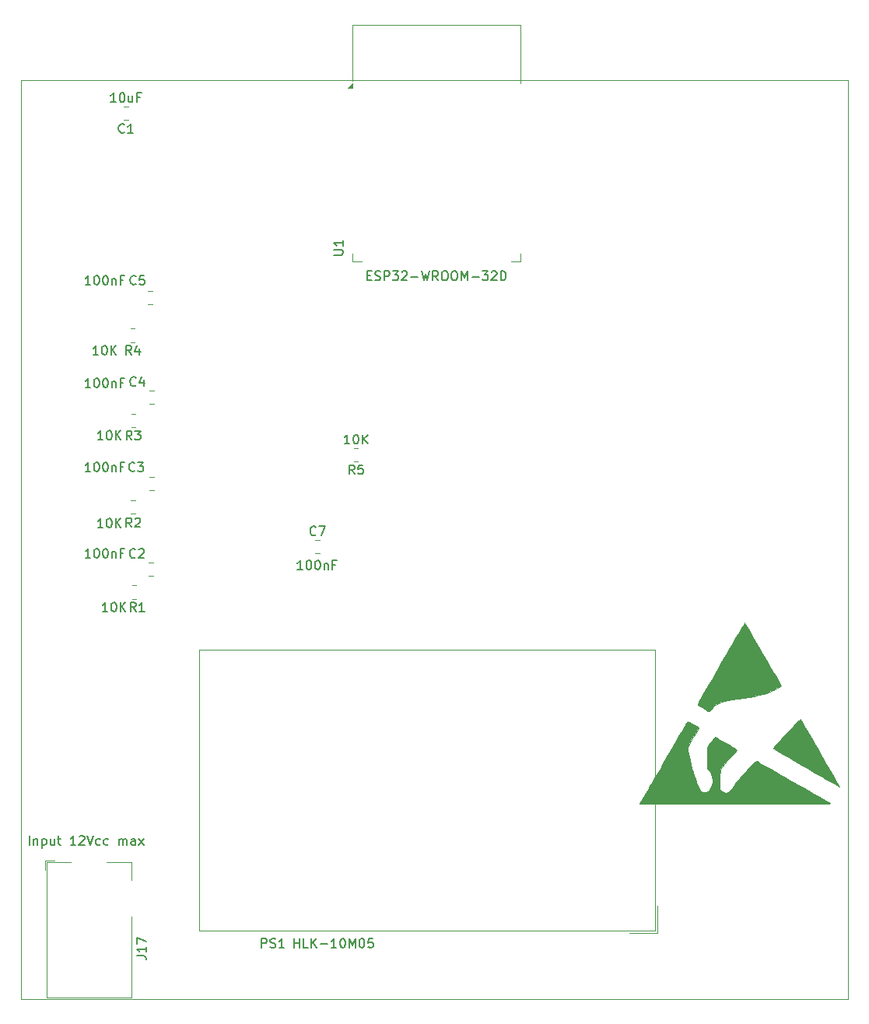
<source format=gbr>
%TF.GenerationSoftware,KiCad,Pcbnew,9.0.1*%
%TF.CreationDate,2025-06-07T22:42:06-03:00*%
%TF.ProjectId,v0.2,76302e32-2e6b-4696-9361-645f70636258,rev?*%
%TF.SameCoordinates,Original*%
%TF.FileFunction,Legend,Top*%
%TF.FilePolarity,Positive*%
%FSLAX46Y46*%
G04 Gerber Fmt 4.6, Leading zero omitted, Abs format (unit mm)*
G04 Created by KiCad (PCBNEW 9.0.1) date 2025-06-07 22:42:06*
%MOMM*%
%LPD*%
G01*
G04 APERTURE LIST*
%ADD10C,0.150000*%
%ADD11C,0.010000*%
%ADD12C,0.120000*%
%TA.AperFunction,Profile*%
%ADD13C,0.050000*%
%TD*%
G04 APERTURE END LIST*
D10*
X42038731Y-108604799D02*
X41705398Y-108128608D01*
X41467303Y-108604799D02*
X41467303Y-107604799D01*
X41467303Y-107604799D02*
X41848255Y-107604799D01*
X41848255Y-107604799D02*
X41943493Y-107652418D01*
X41943493Y-107652418D02*
X41991112Y-107700037D01*
X41991112Y-107700037D02*
X42038731Y-107795275D01*
X42038731Y-107795275D02*
X42038731Y-107938132D01*
X42038731Y-107938132D02*
X41991112Y-108033370D01*
X41991112Y-108033370D02*
X41943493Y-108080989D01*
X41943493Y-108080989D02*
X41848255Y-108128608D01*
X41848255Y-108128608D02*
X41467303Y-108128608D01*
X42419684Y-107700037D02*
X42467303Y-107652418D01*
X42467303Y-107652418D02*
X42562541Y-107604799D01*
X42562541Y-107604799D02*
X42800636Y-107604799D01*
X42800636Y-107604799D02*
X42895874Y-107652418D01*
X42895874Y-107652418D02*
X42943493Y-107700037D01*
X42943493Y-107700037D02*
X42991112Y-107795275D01*
X42991112Y-107795275D02*
X42991112Y-107890513D01*
X42991112Y-107890513D02*
X42943493Y-108033370D01*
X42943493Y-108033370D02*
X42372065Y-108604799D01*
X42372065Y-108604799D02*
X42991112Y-108604799D01*
X38933523Y-108658819D02*
X38362095Y-108658819D01*
X38647809Y-108658819D02*
X38647809Y-107658819D01*
X38647809Y-107658819D02*
X38552571Y-107801676D01*
X38552571Y-107801676D02*
X38457333Y-107896914D01*
X38457333Y-107896914D02*
X38362095Y-107944533D01*
X39552571Y-107658819D02*
X39647809Y-107658819D01*
X39647809Y-107658819D02*
X39743047Y-107706438D01*
X39743047Y-107706438D02*
X39790666Y-107754057D01*
X39790666Y-107754057D02*
X39838285Y-107849295D01*
X39838285Y-107849295D02*
X39885904Y-108039771D01*
X39885904Y-108039771D02*
X39885904Y-108277866D01*
X39885904Y-108277866D02*
X39838285Y-108468342D01*
X39838285Y-108468342D02*
X39790666Y-108563580D01*
X39790666Y-108563580D02*
X39743047Y-108611200D01*
X39743047Y-108611200D02*
X39647809Y-108658819D01*
X39647809Y-108658819D02*
X39552571Y-108658819D01*
X39552571Y-108658819D02*
X39457333Y-108611200D01*
X39457333Y-108611200D02*
X39409714Y-108563580D01*
X39409714Y-108563580D02*
X39362095Y-108468342D01*
X39362095Y-108468342D02*
X39314476Y-108277866D01*
X39314476Y-108277866D02*
X39314476Y-108039771D01*
X39314476Y-108039771D02*
X39362095Y-107849295D01*
X39362095Y-107849295D02*
X39409714Y-107754057D01*
X39409714Y-107754057D02*
X39457333Y-107706438D01*
X39457333Y-107706438D02*
X39552571Y-107658819D01*
X40314476Y-108658819D02*
X40314476Y-107658819D01*
X40885904Y-108658819D02*
X40457333Y-108087390D01*
X40885904Y-107658819D02*
X40314476Y-108230247D01*
X42505333Y-82147580D02*
X42457714Y-82195200D01*
X42457714Y-82195200D02*
X42314857Y-82242819D01*
X42314857Y-82242819D02*
X42219619Y-82242819D01*
X42219619Y-82242819D02*
X42076762Y-82195200D01*
X42076762Y-82195200D02*
X41981524Y-82099961D01*
X41981524Y-82099961D02*
X41933905Y-82004723D01*
X41933905Y-82004723D02*
X41886286Y-81814247D01*
X41886286Y-81814247D02*
X41886286Y-81671390D01*
X41886286Y-81671390D02*
X41933905Y-81480914D01*
X41933905Y-81480914D02*
X41981524Y-81385676D01*
X41981524Y-81385676D02*
X42076762Y-81290438D01*
X42076762Y-81290438D02*
X42219619Y-81242819D01*
X42219619Y-81242819D02*
X42314857Y-81242819D01*
X42314857Y-81242819D02*
X42457714Y-81290438D01*
X42457714Y-81290438D02*
X42505333Y-81338057D01*
X43410095Y-81242819D02*
X42933905Y-81242819D01*
X42933905Y-81242819D02*
X42886286Y-81719009D01*
X42886286Y-81719009D02*
X42933905Y-81671390D01*
X42933905Y-81671390D02*
X43029143Y-81623771D01*
X43029143Y-81623771D02*
X43267238Y-81623771D01*
X43267238Y-81623771D02*
X43362476Y-81671390D01*
X43362476Y-81671390D02*
X43410095Y-81719009D01*
X43410095Y-81719009D02*
X43457714Y-81814247D01*
X43457714Y-81814247D02*
X43457714Y-82052342D01*
X43457714Y-82052342D02*
X43410095Y-82147580D01*
X43410095Y-82147580D02*
X43362476Y-82195200D01*
X43362476Y-82195200D02*
X43267238Y-82242819D01*
X43267238Y-82242819D02*
X43029143Y-82242819D01*
X43029143Y-82242819D02*
X42933905Y-82195200D01*
X42933905Y-82195200D02*
X42886286Y-82147580D01*
X37568380Y-82242819D02*
X36996952Y-82242819D01*
X37282666Y-82242819D02*
X37282666Y-81242819D01*
X37282666Y-81242819D02*
X37187428Y-81385676D01*
X37187428Y-81385676D02*
X37092190Y-81480914D01*
X37092190Y-81480914D02*
X36996952Y-81528533D01*
X38187428Y-81242819D02*
X38282666Y-81242819D01*
X38282666Y-81242819D02*
X38377904Y-81290438D01*
X38377904Y-81290438D02*
X38425523Y-81338057D01*
X38425523Y-81338057D02*
X38473142Y-81433295D01*
X38473142Y-81433295D02*
X38520761Y-81623771D01*
X38520761Y-81623771D02*
X38520761Y-81861866D01*
X38520761Y-81861866D02*
X38473142Y-82052342D01*
X38473142Y-82052342D02*
X38425523Y-82147580D01*
X38425523Y-82147580D02*
X38377904Y-82195200D01*
X38377904Y-82195200D02*
X38282666Y-82242819D01*
X38282666Y-82242819D02*
X38187428Y-82242819D01*
X38187428Y-82242819D02*
X38092190Y-82195200D01*
X38092190Y-82195200D02*
X38044571Y-82147580D01*
X38044571Y-82147580D02*
X37996952Y-82052342D01*
X37996952Y-82052342D02*
X37949333Y-81861866D01*
X37949333Y-81861866D02*
X37949333Y-81623771D01*
X37949333Y-81623771D02*
X37996952Y-81433295D01*
X37996952Y-81433295D02*
X38044571Y-81338057D01*
X38044571Y-81338057D02*
X38092190Y-81290438D01*
X38092190Y-81290438D02*
X38187428Y-81242819D01*
X39139809Y-81242819D02*
X39235047Y-81242819D01*
X39235047Y-81242819D02*
X39330285Y-81290438D01*
X39330285Y-81290438D02*
X39377904Y-81338057D01*
X39377904Y-81338057D02*
X39425523Y-81433295D01*
X39425523Y-81433295D02*
X39473142Y-81623771D01*
X39473142Y-81623771D02*
X39473142Y-81861866D01*
X39473142Y-81861866D02*
X39425523Y-82052342D01*
X39425523Y-82052342D02*
X39377904Y-82147580D01*
X39377904Y-82147580D02*
X39330285Y-82195200D01*
X39330285Y-82195200D02*
X39235047Y-82242819D01*
X39235047Y-82242819D02*
X39139809Y-82242819D01*
X39139809Y-82242819D02*
X39044571Y-82195200D01*
X39044571Y-82195200D02*
X38996952Y-82147580D01*
X38996952Y-82147580D02*
X38949333Y-82052342D01*
X38949333Y-82052342D02*
X38901714Y-81861866D01*
X38901714Y-81861866D02*
X38901714Y-81623771D01*
X38901714Y-81623771D02*
X38949333Y-81433295D01*
X38949333Y-81433295D02*
X38996952Y-81338057D01*
X38996952Y-81338057D02*
X39044571Y-81290438D01*
X39044571Y-81290438D02*
X39139809Y-81242819D01*
X39901714Y-81576152D02*
X39901714Y-82242819D01*
X39901714Y-81671390D02*
X39949333Y-81623771D01*
X39949333Y-81623771D02*
X40044571Y-81576152D01*
X40044571Y-81576152D02*
X40187428Y-81576152D01*
X40187428Y-81576152D02*
X40282666Y-81623771D01*
X40282666Y-81623771D02*
X40330285Y-81719009D01*
X40330285Y-81719009D02*
X40330285Y-82242819D01*
X41139809Y-81719009D02*
X40806476Y-81719009D01*
X40806476Y-82242819D02*
X40806476Y-81242819D01*
X40806476Y-81242819D02*
X41282666Y-81242819D01*
X41253333Y-65639580D02*
X41205714Y-65687200D01*
X41205714Y-65687200D02*
X41062857Y-65734819D01*
X41062857Y-65734819D02*
X40967619Y-65734819D01*
X40967619Y-65734819D02*
X40824762Y-65687200D01*
X40824762Y-65687200D02*
X40729524Y-65591961D01*
X40729524Y-65591961D02*
X40681905Y-65496723D01*
X40681905Y-65496723D02*
X40634286Y-65306247D01*
X40634286Y-65306247D02*
X40634286Y-65163390D01*
X40634286Y-65163390D02*
X40681905Y-64972914D01*
X40681905Y-64972914D02*
X40729524Y-64877676D01*
X40729524Y-64877676D02*
X40824762Y-64782438D01*
X40824762Y-64782438D02*
X40967619Y-64734819D01*
X40967619Y-64734819D02*
X41062857Y-64734819D01*
X41062857Y-64734819D02*
X41205714Y-64782438D01*
X41205714Y-64782438D02*
X41253333Y-64830057D01*
X42205714Y-65734819D02*
X41634286Y-65734819D01*
X41920000Y-65734819D02*
X41920000Y-64734819D01*
X41920000Y-64734819D02*
X41824762Y-64877676D01*
X41824762Y-64877676D02*
X41729524Y-64972914D01*
X41729524Y-64972914D02*
X41634286Y-65020533D01*
X40348571Y-62374819D02*
X39777143Y-62374819D01*
X40062857Y-62374819D02*
X40062857Y-61374819D01*
X40062857Y-61374819D02*
X39967619Y-61517676D01*
X39967619Y-61517676D02*
X39872381Y-61612914D01*
X39872381Y-61612914D02*
X39777143Y-61660533D01*
X40967619Y-61374819D02*
X41062857Y-61374819D01*
X41062857Y-61374819D02*
X41158095Y-61422438D01*
X41158095Y-61422438D02*
X41205714Y-61470057D01*
X41205714Y-61470057D02*
X41253333Y-61565295D01*
X41253333Y-61565295D02*
X41300952Y-61755771D01*
X41300952Y-61755771D02*
X41300952Y-61993866D01*
X41300952Y-61993866D02*
X41253333Y-62184342D01*
X41253333Y-62184342D02*
X41205714Y-62279580D01*
X41205714Y-62279580D02*
X41158095Y-62327200D01*
X41158095Y-62327200D02*
X41062857Y-62374819D01*
X41062857Y-62374819D02*
X40967619Y-62374819D01*
X40967619Y-62374819D02*
X40872381Y-62327200D01*
X40872381Y-62327200D02*
X40824762Y-62279580D01*
X40824762Y-62279580D02*
X40777143Y-62184342D01*
X40777143Y-62184342D02*
X40729524Y-61993866D01*
X40729524Y-61993866D02*
X40729524Y-61755771D01*
X40729524Y-61755771D02*
X40777143Y-61565295D01*
X40777143Y-61565295D02*
X40824762Y-61470057D01*
X40824762Y-61470057D02*
X40872381Y-61422438D01*
X40872381Y-61422438D02*
X40967619Y-61374819D01*
X42158095Y-61708152D02*
X42158095Y-62374819D01*
X41729524Y-61708152D02*
X41729524Y-62231961D01*
X41729524Y-62231961D02*
X41777143Y-62327200D01*
X41777143Y-62327200D02*
X41872381Y-62374819D01*
X41872381Y-62374819D02*
X42015238Y-62374819D01*
X42015238Y-62374819D02*
X42110476Y-62327200D01*
X42110476Y-62327200D02*
X42158095Y-62279580D01*
X42967619Y-61851009D02*
X42634286Y-61851009D01*
X42634286Y-62374819D02*
X42634286Y-61374819D01*
X42634286Y-61374819D02*
X43110476Y-61374819D01*
X42505333Y-117802819D02*
X42172000Y-117326628D01*
X41933905Y-117802819D02*
X41933905Y-116802819D01*
X41933905Y-116802819D02*
X42314857Y-116802819D01*
X42314857Y-116802819D02*
X42410095Y-116850438D01*
X42410095Y-116850438D02*
X42457714Y-116898057D01*
X42457714Y-116898057D02*
X42505333Y-116993295D01*
X42505333Y-116993295D02*
X42505333Y-117136152D01*
X42505333Y-117136152D02*
X42457714Y-117231390D01*
X42457714Y-117231390D02*
X42410095Y-117279009D01*
X42410095Y-117279009D02*
X42314857Y-117326628D01*
X42314857Y-117326628D02*
X41933905Y-117326628D01*
X43457714Y-117802819D02*
X42886286Y-117802819D01*
X43172000Y-117802819D02*
X43172000Y-116802819D01*
X43172000Y-116802819D02*
X43076762Y-116945676D01*
X43076762Y-116945676D02*
X42981524Y-117040914D01*
X42981524Y-117040914D02*
X42886286Y-117088533D01*
X39441523Y-117804819D02*
X38870095Y-117804819D01*
X39155809Y-117804819D02*
X39155809Y-116804819D01*
X39155809Y-116804819D02*
X39060571Y-116947676D01*
X39060571Y-116947676D02*
X38965333Y-117042914D01*
X38965333Y-117042914D02*
X38870095Y-117090533D01*
X40060571Y-116804819D02*
X40155809Y-116804819D01*
X40155809Y-116804819D02*
X40251047Y-116852438D01*
X40251047Y-116852438D02*
X40298666Y-116900057D01*
X40298666Y-116900057D02*
X40346285Y-116995295D01*
X40346285Y-116995295D02*
X40393904Y-117185771D01*
X40393904Y-117185771D02*
X40393904Y-117423866D01*
X40393904Y-117423866D02*
X40346285Y-117614342D01*
X40346285Y-117614342D02*
X40298666Y-117709580D01*
X40298666Y-117709580D02*
X40251047Y-117757200D01*
X40251047Y-117757200D02*
X40155809Y-117804819D01*
X40155809Y-117804819D02*
X40060571Y-117804819D01*
X40060571Y-117804819D02*
X39965333Y-117757200D01*
X39965333Y-117757200D02*
X39917714Y-117709580D01*
X39917714Y-117709580D02*
X39870095Y-117614342D01*
X39870095Y-117614342D02*
X39822476Y-117423866D01*
X39822476Y-117423866D02*
X39822476Y-117185771D01*
X39822476Y-117185771D02*
X39870095Y-116995295D01*
X39870095Y-116995295D02*
X39917714Y-116900057D01*
X39917714Y-116900057D02*
X39965333Y-116852438D01*
X39965333Y-116852438D02*
X40060571Y-116804819D01*
X40822476Y-117804819D02*
X40822476Y-116804819D01*
X41393904Y-117804819D02*
X40965333Y-117233390D01*
X41393904Y-116804819D02*
X40822476Y-117376247D01*
X62083333Y-109429580D02*
X62035714Y-109477200D01*
X62035714Y-109477200D02*
X61892857Y-109524819D01*
X61892857Y-109524819D02*
X61797619Y-109524819D01*
X61797619Y-109524819D02*
X61654762Y-109477200D01*
X61654762Y-109477200D02*
X61559524Y-109381961D01*
X61559524Y-109381961D02*
X61511905Y-109286723D01*
X61511905Y-109286723D02*
X61464286Y-109096247D01*
X61464286Y-109096247D02*
X61464286Y-108953390D01*
X61464286Y-108953390D02*
X61511905Y-108762914D01*
X61511905Y-108762914D02*
X61559524Y-108667676D01*
X61559524Y-108667676D02*
X61654762Y-108572438D01*
X61654762Y-108572438D02*
X61797619Y-108524819D01*
X61797619Y-108524819D02*
X61892857Y-108524819D01*
X61892857Y-108524819D02*
X62035714Y-108572438D01*
X62035714Y-108572438D02*
X62083333Y-108620057D01*
X62416667Y-108524819D02*
X63083333Y-108524819D01*
X63083333Y-108524819D02*
X62654762Y-109524819D01*
X60664880Y-113230819D02*
X60093452Y-113230819D01*
X60379166Y-113230819D02*
X60379166Y-112230819D01*
X60379166Y-112230819D02*
X60283928Y-112373676D01*
X60283928Y-112373676D02*
X60188690Y-112468914D01*
X60188690Y-112468914D02*
X60093452Y-112516533D01*
X61283928Y-112230819D02*
X61379166Y-112230819D01*
X61379166Y-112230819D02*
X61474404Y-112278438D01*
X61474404Y-112278438D02*
X61522023Y-112326057D01*
X61522023Y-112326057D02*
X61569642Y-112421295D01*
X61569642Y-112421295D02*
X61617261Y-112611771D01*
X61617261Y-112611771D02*
X61617261Y-112849866D01*
X61617261Y-112849866D02*
X61569642Y-113040342D01*
X61569642Y-113040342D02*
X61522023Y-113135580D01*
X61522023Y-113135580D02*
X61474404Y-113183200D01*
X61474404Y-113183200D02*
X61379166Y-113230819D01*
X61379166Y-113230819D02*
X61283928Y-113230819D01*
X61283928Y-113230819D02*
X61188690Y-113183200D01*
X61188690Y-113183200D02*
X61141071Y-113135580D01*
X61141071Y-113135580D02*
X61093452Y-113040342D01*
X61093452Y-113040342D02*
X61045833Y-112849866D01*
X61045833Y-112849866D02*
X61045833Y-112611771D01*
X61045833Y-112611771D02*
X61093452Y-112421295D01*
X61093452Y-112421295D02*
X61141071Y-112326057D01*
X61141071Y-112326057D02*
X61188690Y-112278438D01*
X61188690Y-112278438D02*
X61283928Y-112230819D01*
X62236309Y-112230819D02*
X62331547Y-112230819D01*
X62331547Y-112230819D02*
X62426785Y-112278438D01*
X62426785Y-112278438D02*
X62474404Y-112326057D01*
X62474404Y-112326057D02*
X62522023Y-112421295D01*
X62522023Y-112421295D02*
X62569642Y-112611771D01*
X62569642Y-112611771D02*
X62569642Y-112849866D01*
X62569642Y-112849866D02*
X62522023Y-113040342D01*
X62522023Y-113040342D02*
X62474404Y-113135580D01*
X62474404Y-113135580D02*
X62426785Y-113183200D01*
X62426785Y-113183200D02*
X62331547Y-113230819D01*
X62331547Y-113230819D02*
X62236309Y-113230819D01*
X62236309Y-113230819D02*
X62141071Y-113183200D01*
X62141071Y-113183200D02*
X62093452Y-113135580D01*
X62093452Y-113135580D02*
X62045833Y-113040342D01*
X62045833Y-113040342D02*
X61998214Y-112849866D01*
X61998214Y-112849866D02*
X61998214Y-112611771D01*
X61998214Y-112611771D02*
X62045833Y-112421295D01*
X62045833Y-112421295D02*
X62093452Y-112326057D01*
X62093452Y-112326057D02*
X62141071Y-112278438D01*
X62141071Y-112278438D02*
X62236309Y-112230819D01*
X62998214Y-112564152D02*
X62998214Y-113230819D01*
X62998214Y-112659390D02*
X63045833Y-112611771D01*
X63045833Y-112611771D02*
X63141071Y-112564152D01*
X63141071Y-112564152D02*
X63283928Y-112564152D01*
X63283928Y-112564152D02*
X63379166Y-112611771D01*
X63379166Y-112611771D02*
X63426785Y-112707009D01*
X63426785Y-112707009D02*
X63426785Y-113230819D01*
X64236309Y-112707009D02*
X63902976Y-112707009D01*
X63902976Y-113230819D02*
X63902976Y-112230819D01*
X63902976Y-112230819D02*
X64379166Y-112230819D01*
X42604819Y-155259523D02*
X43319104Y-155259523D01*
X43319104Y-155259523D02*
X43461961Y-155307142D01*
X43461961Y-155307142D02*
X43557200Y-155402380D01*
X43557200Y-155402380D02*
X43604819Y-155545237D01*
X43604819Y-155545237D02*
X43604819Y-155640475D01*
X43604819Y-154259523D02*
X43604819Y-154830951D01*
X43604819Y-154545237D02*
X42604819Y-154545237D01*
X42604819Y-154545237D02*
X42747676Y-154640475D01*
X42747676Y-154640475D02*
X42842914Y-154735713D01*
X42842914Y-154735713D02*
X42890533Y-154830951D01*
X42604819Y-153926189D02*
X42604819Y-153259523D01*
X42604819Y-153259523D02*
X43604819Y-153688094D01*
X30917333Y-143202819D02*
X30917333Y-142202819D01*
X31393523Y-142536152D02*
X31393523Y-143202819D01*
X31393523Y-142631390D02*
X31441142Y-142583771D01*
X31441142Y-142583771D02*
X31536380Y-142536152D01*
X31536380Y-142536152D02*
X31679237Y-142536152D01*
X31679237Y-142536152D02*
X31774475Y-142583771D01*
X31774475Y-142583771D02*
X31822094Y-142679009D01*
X31822094Y-142679009D02*
X31822094Y-143202819D01*
X32298285Y-142536152D02*
X32298285Y-143536152D01*
X32298285Y-142583771D02*
X32393523Y-142536152D01*
X32393523Y-142536152D02*
X32583999Y-142536152D01*
X32583999Y-142536152D02*
X32679237Y-142583771D01*
X32679237Y-142583771D02*
X32726856Y-142631390D01*
X32726856Y-142631390D02*
X32774475Y-142726628D01*
X32774475Y-142726628D02*
X32774475Y-143012342D01*
X32774475Y-143012342D02*
X32726856Y-143107580D01*
X32726856Y-143107580D02*
X32679237Y-143155200D01*
X32679237Y-143155200D02*
X32583999Y-143202819D01*
X32583999Y-143202819D02*
X32393523Y-143202819D01*
X32393523Y-143202819D02*
X32298285Y-143155200D01*
X33631618Y-142536152D02*
X33631618Y-143202819D01*
X33203047Y-142536152D02*
X33203047Y-143059961D01*
X33203047Y-143059961D02*
X33250666Y-143155200D01*
X33250666Y-143155200D02*
X33345904Y-143202819D01*
X33345904Y-143202819D02*
X33488761Y-143202819D01*
X33488761Y-143202819D02*
X33583999Y-143155200D01*
X33583999Y-143155200D02*
X33631618Y-143107580D01*
X33964952Y-142536152D02*
X34345904Y-142536152D01*
X34107809Y-142202819D02*
X34107809Y-143059961D01*
X34107809Y-143059961D02*
X34155428Y-143155200D01*
X34155428Y-143155200D02*
X34250666Y-143202819D01*
X34250666Y-143202819D02*
X34345904Y-143202819D01*
X35964952Y-143202819D02*
X35393524Y-143202819D01*
X35679238Y-143202819D02*
X35679238Y-142202819D01*
X35679238Y-142202819D02*
X35584000Y-142345676D01*
X35584000Y-142345676D02*
X35488762Y-142440914D01*
X35488762Y-142440914D02*
X35393524Y-142488533D01*
X36345905Y-142298057D02*
X36393524Y-142250438D01*
X36393524Y-142250438D02*
X36488762Y-142202819D01*
X36488762Y-142202819D02*
X36726857Y-142202819D01*
X36726857Y-142202819D02*
X36822095Y-142250438D01*
X36822095Y-142250438D02*
X36869714Y-142298057D01*
X36869714Y-142298057D02*
X36917333Y-142393295D01*
X36917333Y-142393295D02*
X36917333Y-142488533D01*
X36917333Y-142488533D02*
X36869714Y-142631390D01*
X36869714Y-142631390D02*
X36298286Y-143202819D01*
X36298286Y-143202819D02*
X36917333Y-143202819D01*
X37203048Y-142202819D02*
X37536381Y-143202819D01*
X37536381Y-143202819D02*
X37869714Y-142202819D01*
X38631619Y-143155200D02*
X38536381Y-143202819D01*
X38536381Y-143202819D02*
X38345905Y-143202819D01*
X38345905Y-143202819D02*
X38250667Y-143155200D01*
X38250667Y-143155200D02*
X38203048Y-143107580D01*
X38203048Y-143107580D02*
X38155429Y-143012342D01*
X38155429Y-143012342D02*
X38155429Y-142726628D01*
X38155429Y-142726628D02*
X38203048Y-142631390D01*
X38203048Y-142631390D02*
X38250667Y-142583771D01*
X38250667Y-142583771D02*
X38345905Y-142536152D01*
X38345905Y-142536152D02*
X38536381Y-142536152D01*
X38536381Y-142536152D02*
X38631619Y-142583771D01*
X39488762Y-143155200D02*
X39393524Y-143202819D01*
X39393524Y-143202819D02*
X39203048Y-143202819D01*
X39203048Y-143202819D02*
X39107810Y-143155200D01*
X39107810Y-143155200D02*
X39060191Y-143107580D01*
X39060191Y-143107580D02*
X39012572Y-143012342D01*
X39012572Y-143012342D02*
X39012572Y-142726628D01*
X39012572Y-142726628D02*
X39060191Y-142631390D01*
X39060191Y-142631390D02*
X39107810Y-142583771D01*
X39107810Y-142583771D02*
X39203048Y-142536152D01*
X39203048Y-142536152D02*
X39393524Y-142536152D01*
X39393524Y-142536152D02*
X39488762Y-142583771D01*
X40679239Y-143202819D02*
X40679239Y-142536152D01*
X40679239Y-142631390D02*
X40726858Y-142583771D01*
X40726858Y-142583771D02*
X40822096Y-142536152D01*
X40822096Y-142536152D02*
X40964953Y-142536152D01*
X40964953Y-142536152D02*
X41060191Y-142583771D01*
X41060191Y-142583771D02*
X41107810Y-142679009D01*
X41107810Y-142679009D02*
X41107810Y-143202819D01*
X41107810Y-142679009D02*
X41155429Y-142583771D01*
X41155429Y-142583771D02*
X41250667Y-142536152D01*
X41250667Y-142536152D02*
X41393524Y-142536152D01*
X41393524Y-142536152D02*
X41488763Y-142583771D01*
X41488763Y-142583771D02*
X41536382Y-142679009D01*
X41536382Y-142679009D02*
X41536382Y-143202819D01*
X42441143Y-143202819D02*
X42441143Y-142679009D01*
X42441143Y-142679009D02*
X42393524Y-142583771D01*
X42393524Y-142583771D02*
X42298286Y-142536152D01*
X42298286Y-142536152D02*
X42107810Y-142536152D01*
X42107810Y-142536152D02*
X42012572Y-142583771D01*
X42441143Y-143155200D02*
X42345905Y-143202819D01*
X42345905Y-143202819D02*
X42107810Y-143202819D01*
X42107810Y-143202819D02*
X42012572Y-143155200D01*
X42012572Y-143155200D02*
X41964953Y-143059961D01*
X41964953Y-143059961D02*
X41964953Y-142964723D01*
X41964953Y-142964723D02*
X42012572Y-142869485D01*
X42012572Y-142869485D02*
X42107810Y-142821866D01*
X42107810Y-142821866D02*
X42345905Y-142821866D01*
X42345905Y-142821866D02*
X42441143Y-142774247D01*
X42822096Y-143202819D02*
X43345905Y-142536152D01*
X42822096Y-142536152D02*
X43345905Y-143202819D01*
X66303333Y-102854819D02*
X65970000Y-102378628D01*
X65731905Y-102854819D02*
X65731905Y-101854819D01*
X65731905Y-101854819D02*
X66112857Y-101854819D01*
X66112857Y-101854819D02*
X66208095Y-101902438D01*
X66208095Y-101902438D02*
X66255714Y-101950057D01*
X66255714Y-101950057D02*
X66303333Y-102045295D01*
X66303333Y-102045295D02*
X66303333Y-102188152D01*
X66303333Y-102188152D02*
X66255714Y-102283390D01*
X66255714Y-102283390D02*
X66208095Y-102331009D01*
X66208095Y-102331009D02*
X66112857Y-102378628D01*
X66112857Y-102378628D02*
X65731905Y-102378628D01*
X67208095Y-101854819D02*
X66731905Y-101854819D01*
X66731905Y-101854819D02*
X66684286Y-102331009D01*
X66684286Y-102331009D02*
X66731905Y-102283390D01*
X66731905Y-102283390D02*
X66827143Y-102235771D01*
X66827143Y-102235771D02*
X67065238Y-102235771D01*
X67065238Y-102235771D02*
X67160476Y-102283390D01*
X67160476Y-102283390D02*
X67208095Y-102331009D01*
X67208095Y-102331009D02*
X67255714Y-102426247D01*
X67255714Y-102426247D02*
X67255714Y-102664342D01*
X67255714Y-102664342D02*
X67208095Y-102759580D01*
X67208095Y-102759580D02*
X67160476Y-102807200D01*
X67160476Y-102807200D02*
X67065238Y-102854819D01*
X67065238Y-102854819D02*
X66827143Y-102854819D01*
X66827143Y-102854819D02*
X66731905Y-102807200D01*
X66731905Y-102807200D02*
X66684286Y-102759580D01*
X65779523Y-99554819D02*
X65208095Y-99554819D01*
X65493809Y-99554819D02*
X65493809Y-98554819D01*
X65493809Y-98554819D02*
X65398571Y-98697676D01*
X65398571Y-98697676D02*
X65303333Y-98792914D01*
X65303333Y-98792914D02*
X65208095Y-98840533D01*
X66398571Y-98554819D02*
X66493809Y-98554819D01*
X66493809Y-98554819D02*
X66589047Y-98602438D01*
X66589047Y-98602438D02*
X66636666Y-98650057D01*
X66636666Y-98650057D02*
X66684285Y-98745295D01*
X66684285Y-98745295D02*
X66731904Y-98935771D01*
X66731904Y-98935771D02*
X66731904Y-99173866D01*
X66731904Y-99173866D02*
X66684285Y-99364342D01*
X66684285Y-99364342D02*
X66636666Y-99459580D01*
X66636666Y-99459580D02*
X66589047Y-99507200D01*
X66589047Y-99507200D02*
X66493809Y-99554819D01*
X66493809Y-99554819D02*
X66398571Y-99554819D01*
X66398571Y-99554819D02*
X66303333Y-99507200D01*
X66303333Y-99507200D02*
X66255714Y-99459580D01*
X66255714Y-99459580D02*
X66208095Y-99364342D01*
X66208095Y-99364342D02*
X66160476Y-99173866D01*
X66160476Y-99173866D02*
X66160476Y-98935771D01*
X66160476Y-98935771D02*
X66208095Y-98745295D01*
X66208095Y-98745295D02*
X66255714Y-98650057D01*
X66255714Y-98650057D02*
X66303333Y-98602438D01*
X66303333Y-98602438D02*
X66398571Y-98554819D01*
X67160476Y-99554819D02*
X67160476Y-98554819D01*
X67731904Y-99554819D02*
X67303333Y-98983390D01*
X67731904Y-98554819D02*
X67160476Y-99126247D01*
X64064819Y-78991904D02*
X64874342Y-78991904D01*
X64874342Y-78991904D02*
X64969580Y-78944285D01*
X64969580Y-78944285D02*
X65017200Y-78896666D01*
X65017200Y-78896666D02*
X65064819Y-78801428D01*
X65064819Y-78801428D02*
X65064819Y-78610952D01*
X65064819Y-78610952D02*
X65017200Y-78515714D01*
X65017200Y-78515714D02*
X64969580Y-78468095D01*
X64969580Y-78468095D02*
X64874342Y-78420476D01*
X64874342Y-78420476D02*
X64064819Y-78420476D01*
X65064819Y-77420476D02*
X65064819Y-77991904D01*
X65064819Y-77706190D02*
X64064819Y-77706190D01*
X64064819Y-77706190D02*
X64207676Y-77801428D01*
X64207676Y-77801428D02*
X64302914Y-77896666D01*
X64302914Y-77896666D02*
X64350533Y-77991904D01*
X67696191Y-81231009D02*
X68029524Y-81231009D01*
X68172381Y-81754819D02*
X67696191Y-81754819D01*
X67696191Y-81754819D02*
X67696191Y-80754819D01*
X67696191Y-80754819D02*
X68172381Y-80754819D01*
X68553334Y-81707200D02*
X68696191Y-81754819D01*
X68696191Y-81754819D02*
X68934286Y-81754819D01*
X68934286Y-81754819D02*
X69029524Y-81707200D01*
X69029524Y-81707200D02*
X69077143Y-81659580D01*
X69077143Y-81659580D02*
X69124762Y-81564342D01*
X69124762Y-81564342D02*
X69124762Y-81469104D01*
X69124762Y-81469104D02*
X69077143Y-81373866D01*
X69077143Y-81373866D02*
X69029524Y-81326247D01*
X69029524Y-81326247D02*
X68934286Y-81278628D01*
X68934286Y-81278628D02*
X68743810Y-81231009D01*
X68743810Y-81231009D02*
X68648572Y-81183390D01*
X68648572Y-81183390D02*
X68600953Y-81135771D01*
X68600953Y-81135771D02*
X68553334Y-81040533D01*
X68553334Y-81040533D02*
X68553334Y-80945295D01*
X68553334Y-80945295D02*
X68600953Y-80850057D01*
X68600953Y-80850057D02*
X68648572Y-80802438D01*
X68648572Y-80802438D02*
X68743810Y-80754819D01*
X68743810Y-80754819D02*
X68981905Y-80754819D01*
X68981905Y-80754819D02*
X69124762Y-80802438D01*
X69553334Y-81754819D02*
X69553334Y-80754819D01*
X69553334Y-80754819D02*
X69934286Y-80754819D01*
X69934286Y-80754819D02*
X70029524Y-80802438D01*
X70029524Y-80802438D02*
X70077143Y-80850057D01*
X70077143Y-80850057D02*
X70124762Y-80945295D01*
X70124762Y-80945295D02*
X70124762Y-81088152D01*
X70124762Y-81088152D02*
X70077143Y-81183390D01*
X70077143Y-81183390D02*
X70029524Y-81231009D01*
X70029524Y-81231009D02*
X69934286Y-81278628D01*
X69934286Y-81278628D02*
X69553334Y-81278628D01*
X70458096Y-80754819D02*
X71077143Y-80754819D01*
X71077143Y-80754819D02*
X70743810Y-81135771D01*
X70743810Y-81135771D02*
X70886667Y-81135771D01*
X70886667Y-81135771D02*
X70981905Y-81183390D01*
X70981905Y-81183390D02*
X71029524Y-81231009D01*
X71029524Y-81231009D02*
X71077143Y-81326247D01*
X71077143Y-81326247D02*
X71077143Y-81564342D01*
X71077143Y-81564342D02*
X71029524Y-81659580D01*
X71029524Y-81659580D02*
X70981905Y-81707200D01*
X70981905Y-81707200D02*
X70886667Y-81754819D01*
X70886667Y-81754819D02*
X70600953Y-81754819D01*
X70600953Y-81754819D02*
X70505715Y-81707200D01*
X70505715Y-81707200D02*
X70458096Y-81659580D01*
X71458096Y-80850057D02*
X71505715Y-80802438D01*
X71505715Y-80802438D02*
X71600953Y-80754819D01*
X71600953Y-80754819D02*
X71839048Y-80754819D01*
X71839048Y-80754819D02*
X71934286Y-80802438D01*
X71934286Y-80802438D02*
X71981905Y-80850057D01*
X71981905Y-80850057D02*
X72029524Y-80945295D01*
X72029524Y-80945295D02*
X72029524Y-81040533D01*
X72029524Y-81040533D02*
X71981905Y-81183390D01*
X71981905Y-81183390D02*
X71410477Y-81754819D01*
X71410477Y-81754819D02*
X72029524Y-81754819D01*
X72458096Y-81373866D02*
X73220001Y-81373866D01*
X73600953Y-80754819D02*
X73839048Y-81754819D01*
X73839048Y-81754819D02*
X74029524Y-81040533D01*
X74029524Y-81040533D02*
X74220000Y-81754819D01*
X74220000Y-81754819D02*
X74458096Y-80754819D01*
X75410476Y-81754819D02*
X75077143Y-81278628D01*
X74839048Y-81754819D02*
X74839048Y-80754819D01*
X74839048Y-80754819D02*
X75220000Y-80754819D01*
X75220000Y-80754819D02*
X75315238Y-80802438D01*
X75315238Y-80802438D02*
X75362857Y-80850057D01*
X75362857Y-80850057D02*
X75410476Y-80945295D01*
X75410476Y-80945295D02*
X75410476Y-81088152D01*
X75410476Y-81088152D02*
X75362857Y-81183390D01*
X75362857Y-81183390D02*
X75315238Y-81231009D01*
X75315238Y-81231009D02*
X75220000Y-81278628D01*
X75220000Y-81278628D02*
X74839048Y-81278628D01*
X76029524Y-80754819D02*
X76220000Y-80754819D01*
X76220000Y-80754819D02*
X76315238Y-80802438D01*
X76315238Y-80802438D02*
X76410476Y-80897676D01*
X76410476Y-80897676D02*
X76458095Y-81088152D01*
X76458095Y-81088152D02*
X76458095Y-81421485D01*
X76458095Y-81421485D02*
X76410476Y-81611961D01*
X76410476Y-81611961D02*
X76315238Y-81707200D01*
X76315238Y-81707200D02*
X76220000Y-81754819D01*
X76220000Y-81754819D02*
X76029524Y-81754819D01*
X76029524Y-81754819D02*
X75934286Y-81707200D01*
X75934286Y-81707200D02*
X75839048Y-81611961D01*
X75839048Y-81611961D02*
X75791429Y-81421485D01*
X75791429Y-81421485D02*
X75791429Y-81088152D01*
X75791429Y-81088152D02*
X75839048Y-80897676D01*
X75839048Y-80897676D02*
X75934286Y-80802438D01*
X75934286Y-80802438D02*
X76029524Y-80754819D01*
X77077143Y-80754819D02*
X77267619Y-80754819D01*
X77267619Y-80754819D02*
X77362857Y-80802438D01*
X77362857Y-80802438D02*
X77458095Y-80897676D01*
X77458095Y-80897676D02*
X77505714Y-81088152D01*
X77505714Y-81088152D02*
X77505714Y-81421485D01*
X77505714Y-81421485D02*
X77458095Y-81611961D01*
X77458095Y-81611961D02*
X77362857Y-81707200D01*
X77362857Y-81707200D02*
X77267619Y-81754819D01*
X77267619Y-81754819D02*
X77077143Y-81754819D01*
X77077143Y-81754819D02*
X76981905Y-81707200D01*
X76981905Y-81707200D02*
X76886667Y-81611961D01*
X76886667Y-81611961D02*
X76839048Y-81421485D01*
X76839048Y-81421485D02*
X76839048Y-81088152D01*
X76839048Y-81088152D02*
X76886667Y-80897676D01*
X76886667Y-80897676D02*
X76981905Y-80802438D01*
X76981905Y-80802438D02*
X77077143Y-80754819D01*
X77934286Y-81754819D02*
X77934286Y-80754819D01*
X77934286Y-80754819D02*
X78267619Y-81469104D01*
X78267619Y-81469104D02*
X78600952Y-80754819D01*
X78600952Y-80754819D02*
X78600952Y-81754819D01*
X79077143Y-81373866D02*
X79839048Y-81373866D01*
X80220000Y-80754819D02*
X80839047Y-80754819D01*
X80839047Y-80754819D02*
X80505714Y-81135771D01*
X80505714Y-81135771D02*
X80648571Y-81135771D01*
X80648571Y-81135771D02*
X80743809Y-81183390D01*
X80743809Y-81183390D02*
X80791428Y-81231009D01*
X80791428Y-81231009D02*
X80839047Y-81326247D01*
X80839047Y-81326247D02*
X80839047Y-81564342D01*
X80839047Y-81564342D02*
X80791428Y-81659580D01*
X80791428Y-81659580D02*
X80743809Y-81707200D01*
X80743809Y-81707200D02*
X80648571Y-81754819D01*
X80648571Y-81754819D02*
X80362857Y-81754819D01*
X80362857Y-81754819D02*
X80267619Y-81707200D01*
X80267619Y-81707200D02*
X80220000Y-81659580D01*
X81220000Y-80850057D02*
X81267619Y-80802438D01*
X81267619Y-80802438D02*
X81362857Y-80754819D01*
X81362857Y-80754819D02*
X81600952Y-80754819D01*
X81600952Y-80754819D02*
X81696190Y-80802438D01*
X81696190Y-80802438D02*
X81743809Y-80850057D01*
X81743809Y-80850057D02*
X81791428Y-80945295D01*
X81791428Y-80945295D02*
X81791428Y-81040533D01*
X81791428Y-81040533D02*
X81743809Y-81183390D01*
X81743809Y-81183390D02*
X81172381Y-81754819D01*
X81172381Y-81754819D02*
X81791428Y-81754819D01*
X82220000Y-81754819D02*
X82220000Y-80754819D01*
X82220000Y-80754819D02*
X82458095Y-80754819D01*
X82458095Y-80754819D02*
X82600952Y-80802438D01*
X82600952Y-80802438D02*
X82696190Y-80897676D01*
X82696190Y-80897676D02*
X82743809Y-80992914D01*
X82743809Y-80992914D02*
X82791428Y-81183390D01*
X82791428Y-81183390D02*
X82791428Y-81326247D01*
X82791428Y-81326247D02*
X82743809Y-81516723D01*
X82743809Y-81516723D02*
X82696190Y-81611961D01*
X82696190Y-81611961D02*
X82600952Y-81707200D01*
X82600952Y-81707200D02*
X82458095Y-81754819D01*
X82458095Y-81754819D02*
X82220000Y-81754819D01*
X42015833Y-89862819D02*
X41682500Y-89386628D01*
X41444405Y-89862819D02*
X41444405Y-88862819D01*
X41444405Y-88862819D02*
X41825357Y-88862819D01*
X41825357Y-88862819D02*
X41920595Y-88910438D01*
X41920595Y-88910438D02*
X41968214Y-88958057D01*
X41968214Y-88958057D02*
X42015833Y-89053295D01*
X42015833Y-89053295D02*
X42015833Y-89196152D01*
X42015833Y-89196152D02*
X41968214Y-89291390D01*
X41968214Y-89291390D02*
X41920595Y-89339009D01*
X41920595Y-89339009D02*
X41825357Y-89386628D01*
X41825357Y-89386628D02*
X41444405Y-89386628D01*
X42872976Y-89196152D02*
X42872976Y-89862819D01*
X42634881Y-88815200D02*
X42396786Y-89529485D01*
X42396786Y-89529485D02*
X43015833Y-89529485D01*
X38425523Y-89862819D02*
X37854095Y-89862819D01*
X38139809Y-89862819D02*
X38139809Y-88862819D01*
X38139809Y-88862819D02*
X38044571Y-89005676D01*
X38044571Y-89005676D02*
X37949333Y-89100914D01*
X37949333Y-89100914D02*
X37854095Y-89148533D01*
X39044571Y-88862819D02*
X39139809Y-88862819D01*
X39139809Y-88862819D02*
X39235047Y-88910438D01*
X39235047Y-88910438D02*
X39282666Y-88958057D01*
X39282666Y-88958057D02*
X39330285Y-89053295D01*
X39330285Y-89053295D02*
X39377904Y-89243771D01*
X39377904Y-89243771D02*
X39377904Y-89481866D01*
X39377904Y-89481866D02*
X39330285Y-89672342D01*
X39330285Y-89672342D02*
X39282666Y-89767580D01*
X39282666Y-89767580D02*
X39235047Y-89815200D01*
X39235047Y-89815200D02*
X39139809Y-89862819D01*
X39139809Y-89862819D02*
X39044571Y-89862819D01*
X39044571Y-89862819D02*
X38949333Y-89815200D01*
X38949333Y-89815200D02*
X38901714Y-89767580D01*
X38901714Y-89767580D02*
X38854095Y-89672342D01*
X38854095Y-89672342D02*
X38806476Y-89481866D01*
X38806476Y-89481866D02*
X38806476Y-89243771D01*
X38806476Y-89243771D02*
X38854095Y-89053295D01*
X38854095Y-89053295D02*
X38901714Y-88958057D01*
X38901714Y-88958057D02*
X38949333Y-88910438D01*
X38949333Y-88910438D02*
X39044571Y-88862819D01*
X39806476Y-89862819D02*
X39806476Y-88862819D01*
X40377904Y-89862819D02*
X39949333Y-89291390D01*
X40377904Y-88862819D02*
X39806476Y-89434247D01*
X42056504Y-99131667D02*
X41723171Y-98655476D01*
X41485076Y-99131667D02*
X41485076Y-98131667D01*
X41485076Y-98131667D02*
X41866028Y-98131667D01*
X41866028Y-98131667D02*
X41961266Y-98179286D01*
X41961266Y-98179286D02*
X42008885Y-98226905D01*
X42008885Y-98226905D02*
X42056504Y-98322143D01*
X42056504Y-98322143D02*
X42056504Y-98465000D01*
X42056504Y-98465000D02*
X42008885Y-98560238D01*
X42008885Y-98560238D02*
X41961266Y-98607857D01*
X41961266Y-98607857D02*
X41866028Y-98655476D01*
X41866028Y-98655476D02*
X41485076Y-98655476D01*
X42389838Y-98131667D02*
X43008885Y-98131667D01*
X43008885Y-98131667D02*
X42675552Y-98512619D01*
X42675552Y-98512619D02*
X42818409Y-98512619D01*
X42818409Y-98512619D02*
X42913647Y-98560238D01*
X42913647Y-98560238D02*
X42961266Y-98607857D01*
X42961266Y-98607857D02*
X43008885Y-98703095D01*
X43008885Y-98703095D02*
X43008885Y-98941190D01*
X43008885Y-98941190D02*
X42961266Y-99036428D01*
X42961266Y-99036428D02*
X42913647Y-99084048D01*
X42913647Y-99084048D02*
X42818409Y-99131667D01*
X42818409Y-99131667D02*
X42532695Y-99131667D01*
X42532695Y-99131667D02*
X42437457Y-99084048D01*
X42437457Y-99084048D02*
X42389838Y-99036428D01*
X38933523Y-99104819D02*
X38362095Y-99104819D01*
X38647809Y-99104819D02*
X38647809Y-98104819D01*
X38647809Y-98104819D02*
X38552571Y-98247676D01*
X38552571Y-98247676D02*
X38457333Y-98342914D01*
X38457333Y-98342914D02*
X38362095Y-98390533D01*
X39552571Y-98104819D02*
X39647809Y-98104819D01*
X39647809Y-98104819D02*
X39743047Y-98152438D01*
X39743047Y-98152438D02*
X39790666Y-98200057D01*
X39790666Y-98200057D02*
X39838285Y-98295295D01*
X39838285Y-98295295D02*
X39885904Y-98485771D01*
X39885904Y-98485771D02*
X39885904Y-98723866D01*
X39885904Y-98723866D02*
X39838285Y-98914342D01*
X39838285Y-98914342D02*
X39790666Y-99009580D01*
X39790666Y-99009580D02*
X39743047Y-99057200D01*
X39743047Y-99057200D02*
X39647809Y-99104819D01*
X39647809Y-99104819D02*
X39552571Y-99104819D01*
X39552571Y-99104819D02*
X39457333Y-99057200D01*
X39457333Y-99057200D02*
X39409714Y-99009580D01*
X39409714Y-99009580D02*
X39362095Y-98914342D01*
X39362095Y-98914342D02*
X39314476Y-98723866D01*
X39314476Y-98723866D02*
X39314476Y-98485771D01*
X39314476Y-98485771D02*
X39362095Y-98295295D01*
X39362095Y-98295295D02*
X39409714Y-98200057D01*
X39409714Y-98200057D02*
X39457333Y-98152438D01*
X39457333Y-98152438D02*
X39552571Y-98104819D01*
X40314476Y-99104819D02*
X40314476Y-98104819D01*
X40885904Y-99104819D02*
X40457333Y-98533390D01*
X40885904Y-98104819D02*
X40314476Y-98676247D01*
X56189714Y-154378819D02*
X56189714Y-153378819D01*
X56189714Y-153378819D02*
X56570666Y-153378819D01*
X56570666Y-153378819D02*
X56665904Y-153426438D01*
X56665904Y-153426438D02*
X56713523Y-153474057D01*
X56713523Y-153474057D02*
X56761142Y-153569295D01*
X56761142Y-153569295D02*
X56761142Y-153712152D01*
X56761142Y-153712152D02*
X56713523Y-153807390D01*
X56713523Y-153807390D02*
X56665904Y-153855009D01*
X56665904Y-153855009D02*
X56570666Y-153902628D01*
X56570666Y-153902628D02*
X56189714Y-153902628D01*
X57142095Y-154331200D02*
X57284952Y-154378819D01*
X57284952Y-154378819D02*
X57523047Y-154378819D01*
X57523047Y-154378819D02*
X57618285Y-154331200D01*
X57618285Y-154331200D02*
X57665904Y-154283580D01*
X57665904Y-154283580D02*
X57713523Y-154188342D01*
X57713523Y-154188342D02*
X57713523Y-154093104D01*
X57713523Y-154093104D02*
X57665904Y-153997866D01*
X57665904Y-153997866D02*
X57618285Y-153950247D01*
X57618285Y-153950247D02*
X57523047Y-153902628D01*
X57523047Y-153902628D02*
X57332571Y-153855009D01*
X57332571Y-153855009D02*
X57237333Y-153807390D01*
X57237333Y-153807390D02*
X57189714Y-153759771D01*
X57189714Y-153759771D02*
X57142095Y-153664533D01*
X57142095Y-153664533D02*
X57142095Y-153569295D01*
X57142095Y-153569295D02*
X57189714Y-153474057D01*
X57189714Y-153474057D02*
X57237333Y-153426438D01*
X57237333Y-153426438D02*
X57332571Y-153378819D01*
X57332571Y-153378819D02*
X57570666Y-153378819D01*
X57570666Y-153378819D02*
X57713523Y-153426438D01*
X58665904Y-154378819D02*
X58094476Y-154378819D01*
X58380190Y-154378819D02*
X58380190Y-153378819D01*
X58380190Y-153378819D02*
X58284952Y-153521676D01*
X58284952Y-153521676D02*
X58189714Y-153616914D01*
X58189714Y-153616914D02*
X58094476Y-153664533D01*
X59722286Y-154378819D02*
X59722286Y-153378819D01*
X59722286Y-153855009D02*
X60293714Y-153855009D01*
X60293714Y-154378819D02*
X60293714Y-153378819D01*
X61246095Y-154378819D02*
X60769905Y-154378819D01*
X60769905Y-154378819D02*
X60769905Y-153378819D01*
X61579429Y-154378819D02*
X61579429Y-153378819D01*
X62150857Y-154378819D02*
X61722286Y-153807390D01*
X62150857Y-153378819D02*
X61579429Y-153950247D01*
X62579429Y-153997866D02*
X63341334Y-153997866D01*
X64341333Y-154378819D02*
X63769905Y-154378819D01*
X64055619Y-154378819D02*
X64055619Y-153378819D01*
X64055619Y-153378819D02*
X63960381Y-153521676D01*
X63960381Y-153521676D02*
X63865143Y-153616914D01*
X63865143Y-153616914D02*
X63769905Y-153664533D01*
X64960381Y-153378819D02*
X65055619Y-153378819D01*
X65055619Y-153378819D02*
X65150857Y-153426438D01*
X65150857Y-153426438D02*
X65198476Y-153474057D01*
X65198476Y-153474057D02*
X65246095Y-153569295D01*
X65246095Y-153569295D02*
X65293714Y-153759771D01*
X65293714Y-153759771D02*
X65293714Y-153997866D01*
X65293714Y-153997866D02*
X65246095Y-154188342D01*
X65246095Y-154188342D02*
X65198476Y-154283580D01*
X65198476Y-154283580D02*
X65150857Y-154331200D01*
X65150857Y-154331200D02*
X65055619Y-154378819D01*
X65055619Y-154378819D02*
X64960381Y-154378819D01*
X64960381Y-154378819D02*
X64865143Y-154331200D01*
X64865143Y-154331200D02*
X64817524Y-154283580D01*
X64817524Y-154283580D02*
X64769905Y-154188342D01*
X64769905Y-154188342D02*
X64722286Y-153997866D01*
X64722286Y-153997866D02*
X64722286Y-153759771D01*
X64722286Y-153759771D02*
X64769905Y-153569295D01*
X64769905Y-153569295D02*
X64817524Y-153474057D01*
X64817524Y-153474057D02*
X64865143Y-153426438D01*
X64865143Y-153426438D02*
X64960381Y-153378819D01*
X65722286Y-154378819D02*
X65722286Y-153378819D01*
X65722286Y-153378819D02*
X66055619Y-154093104D01*
X66055619Y-154093104D02*
X66388952Y-153378819D01*
X66388952Y-153378819D02*
X66388952Y-154378819D01*
X67055619Y-153378819D02*
X67150857Y-153378819D01*
X67150857Y-153378819D02*
X67246095Y-153426438D01*
X67246095Y-153426438D02*
X67293714Y-153474057D01*
X67293714Y-153474057D02*
X67341333Y-153569295D01*
X67341333Y-153569295D02*
X67388952Y-153759771D01*
X67388952Y-153759771D02*
X67388952Y-153997866D01*
X67388952Y-153997866D02*
X67341333Y-154188342D01*
X67341333Y-154188342D02*
X67293714Y-154283580D01*
X67293714Y-154283580D02*
X67246095Y-154331200D01*
X67246095Y-154331200D02*
X67150857Y-154378819D01*
X67150857Y-154378819D02*
X67055619Y-154378819D01*
X67055619Y-154378819D02*
X66960381Y-154331200D01*
X66960381Y-154331200D02*
X66912762Y-154283580D01*
X66912762Y-154283580D02*
X66865143Y-154188342D01*
X66865143Y-154188342D02*
X66817524Y-153997866D01*
X66817524Y-153997866D02*
X66817524Y-153759771D01*
X66817524Y-153759771D02*
X66865143Y-153569295D01*
X66865143Y-153569295D02*
X66912762Y-153474057D01*
X66912762Y-153474057D02*
X66960381Y-153426438D01*
X66960381Y-153426438D02*
X67055619Y-153378819D01*
X68293714Y-153378819D02*
X67817524Y-153378819D01*
X67817524Y-153378819D02*
X67769905Y-153855009D01*
X67769905Y-153855009D02*
X67817524Y-153807390D01*
X67817524Y-153807390D02*
X67912762Y-153759771D01*
X67912762Y-153759771D02*
X68150857Y-153759771D01*
X68150857Y-153759771D02*
X68246095Y-153807390D01*
X68246095Y-153807390D02*
X68293714Y-153855009D01*
X68293714Y-153855009D02*
X68341333Y-153950247D01*
X68341333Y-153950247D02*
X68341333Y-154188342D01*
X68341333Y-154188342D02*
X68293714Y-154283580D01*
X68293714Y-154283580D02*
X68246095Y-154331200D01*
X68246095Y-154331200D02*
X68150857Y-154378819D01*
X68150857Y-154378819D02*
X67912762Y-154378819D01*
X67912762Y-154378819D02*
X67817524Y-154331200D01*
X67817524Y-154331200D02*
X67769905Y-154283580D01*
X42454530Y-111879580D02*
X42406911Y-111927200D01*
X42406911Y-111927200D02*
X42264054Y-111974819D01*
X42264054Y-111974819D02*
X42168816Y-111974819D01*
X42168816Y-111974819D02*
X42025959Y-111927200D01*
X42025959Y-111927200D02*
X41930721Y-111831961D01*
X41930721Y-111831961D02*
X41883102Y-111736723D01*
X41883102Y-111736723D02*
X41835483Y-111546247D01*
X41835483Y-111546247D02*
X41835483Y-111403390D01*
X41835483Y-111403390D02*
X41883102Y-111212914D01*
X41883102Y-111212914D02*
X41930721Y-111117676D01*
X41930721Y-111117676D02*
X42025959Y-111022438D01*
X42025959Y-111022438D02*
X42168816Y-110974819D01*
X42168816Y-110974819D02*
X42264054Y-110974819D01*
X42264054Y-110974819D02*
X42406911Y-111022438D01*
X42406911Y-111022438D02*
X42454530Y-111070057D01*
X42835483Y-111070057D02*
X42883102Y-111022438D01*
X42883102Y-111022438D02*
X42978340Y-110974819D01*
X42978340Y-110974819D02*
X43216435Y-110974819D01*
X43216435Y-110974819D02*
X43311673Y-111022438D01*
X43311673Y-111022438D02*
X43359292Y-111070057D01*
X43359292Y-111070057D02*
X43406911Y-111165295D01*
X43406911Y-111165295D02*
X43406911Y-111260533D01*
X43406911Y-111260533D02*
X43359292Y-111403390D01*
X43359292Y-111403390D02*
X42787864Y-111974819D01*
X42787864Y-111974819D02*
X43406911Y-111974819D01*
X37568380Y-111946866D02*
X36996952Y-111946866D01*
X37282666Y-111946866D02*
X37282666Y-110946866D01*
X37282666Y-110946866D02*
X37187428Y-111089723D01*
X37187428Y-111089723D02*
X37092190Y-111184961D01*
X37092190Y-111184961D02*
X36996952Y-111232580D01*
X38187428Y-110946866D02*
X38282666Y-110946866D01*
X38282666Y-110946866D02*
X38377904Y-110994485D01*
X38377904Y-110994485D02*
X38425523Y-111042104D01*
X38425523Y-111042104D02*
X38473142Y-111137342D01*
X38473142Y-111137342D02*
X38520761Y-111327818D01*
X38520761Y-111327818D02*
X38520761Y-111565913D01*
X38520761Y-111565913D02*
X38473142Y-111756389D01*
X38473142Y-111756389D02*
X38425523Y-111851627D01*
X38425523Y-111851627D02*
X38377904Y-111899247D01*
X38377904Y-111899247D02*
X38282666Y-111946866D01*
X38282666Y-111946866D02*
X38187428Y-111946866D01*
X38187428Y-111946866D02*
X38092190Y-111899247D01*
X38092190Y-111899247D02*
X38044571Y-111851627D01*
X38044571Y-111851627D02*
X37996952Y-111756389D01*
X37996952Y-111756389D02*
X37949333Y-111565913D01*
X37949333Y-111565913D02*
X37949333Y-111327818D01*
X37949333Y-111327818D02*
X37996952Y-111137342D01*
X37996952Y-111137342D02*
X38044571Y-111042104D01*
X38044571Y-111042104D02*
X38092190Y-110994485D01*
X38092190Y-110994485D02*
X38187428Y-110946866D01*
X39139809Y-110946866D02*
X39235047Y-110946866D01*
X39235047Y-110946866D02*
X39330285Y-110994485D01*
X39330285Y-110994485D02*
X39377904Y-111042104D01*
X39377904Y-111042104D02*
X39425523Y-111137342D01*
X39425523Y-111137342D02*
X39473142Y-111327818D01*
X39473142Y-111327818D02*
X39473142Y-111565913D01*
X39473142Y-111565913D02*
X39425523Y-111756389D01*
X39425523Y-111756389D02*
X39377904Y-111851627D01*
X39377904Y-111851627D02*
X39330285Y-111899247D01*
X39330285Y-111899247D02*
X39235047Y-111946866D01*
X39235047Y-111946866D02*
X39139809Y-111946866D01*
X39139809Y-111946866D02*
X39044571Y-111899247D01*
X39044571Y-111899247D02*
X38996952Y-111851627D01*
X38996952Y-111851627D02*
X38949333Y-111756389D01*
X38949333Y-111756389D02*
X38901714Y-111565913D01*
X38901714Y-111565913D02*
X38901714Y-111327818D01*
X38901714Y-111327818D02*
X38949333Y-111137342D01*
X38949333Y-111137342D02*
X38996952Y-111042104D01*
X38996952Y-111042104D02*
X39044571Y-110994485D01*
X39044571Y-110994485D02*
X39139809Y-110946866D01*
X39901714Y-111280199D02*
X39901714Y-111946866D01*
X39901714Y-111375437D02*
X39949333Y-111327818D01*
X39949333Y-111327818D02*
X40044571Y-111280199D01*
X40044571Y-111280199D02*
X40187428Y-111280199D01*
X40187428Y-111280199D02*
X40282666Y-111327818D01*
X40282666Y-111327818D02*
X40330285Y-111423056D01*
X40330285Y-111423056D02*
X40330285Y-111946866D01*
X41139809Y-111423056D02*
X40806476Y-111423056D01*
X40806476Y-111946866D02*
X40806476Y-110946866D01*
X40806476Y-110946866D02*
X41282666Y-110946866D01*
X42366073Y-102467580D02*
X42318454Y-102515200D01*
X42318454Y-102515200D02*
X42175597Y-102562819D01*
X42175597Y-102562819D02*
X42080359Y-102562819D01*
X42080359Y-102562819D02*
X41937502Y-102515200D01*
X41937502Y-102515200D02*
X41842264Y-102419961D01*
X41842264Y-102419961D02*
X41794645Y-102324723D01*
X41794645Y-102324723D02*
X41747026Y-102134247D01*
X41747026Y-102134247D02*
X41747026Y-101991390D01*
X41747026Y-101991390D02*
X41794645Y-101800914D01*
X41794645Y-101800914D02*
X41842264Y-101705676D01*
X41842264Y-101705676D02*
X41937502Y-101610438D01*
X41937502Y-101610438D02*
X42080359Y-101562819D01*
X42080359Y-101562819D02*
X42175597Y-101562819D01*
X42175597Y-101562819D02*
X42318454Y-101610438D01*
X42318454Y-101610438D02*
X42366073Y-101658057D01*
X42699407Y-101562819D02*
X43318454Y-101562819D01*
X43318454Y-101562819D02*
X42985121Y-101943771D01*
X42985121Y-101943771D02*
X43127978Y-101943771D01*
X43127978Y-101943771D02*
X43223216Y-101991390D01*
X43223216Y-101991390D02*
X43270835Y-102039009D01*
X43270835Y-102039009D02*
X43318454Y-102134247D01*
X43318454Y-102134247D02*
X43318454Y-102372342D01*
X43318454Y-102372342D02*
X43270835Y-102467580D01*
X43270835Y-102467580D02*
X43223216Y-102515200D01*
X43223216Y-102515200D02*
X43127978Y-102562819D01*
X43127978Y-102562819D02*
X42842264Y-102562819D01*
X42842264Y-102562819D02*
X42747026Y-102515200D01*
X42747026Y-102515200D02*
X42699407Y-102467580D01*
X37568380Y-102562819D02*
X36996952Y-102562819D01*
X37282666Y-102562819D02*
X37282666Y-101562819D01*
X37282666Y-101562819D02*
X37187428Y-101705676D01*
X37187428Y-101705676D02*
X37092190Y-101800914D01*
X37092190Y-101800914D02*
X36996952Y-101848533D01*
X38187428Y-101562819D02*
X38282666Y-101562819D01*
X38282666Y-101562819D02*
X38377904Y-101610438D01*
X38377904Y-101610438D02*
X38425523Y-101658057D01*
X38425523Y-101658057D02*
X38473142Y-101753295D01*
X38473142Y-101753295D02*
X38520761Y-101943771D01*
X38520761Y-101943771D02*
X38520761Y-102181866D01*
X38520761Y-102181866D02*
X38473142Y-102372342D01*
X38473142Y-102372342D02*
X38425523Y-102467580D01*
X38425523Y-102467580D02*
X38377904Y-102515200D01*
X38377904Y-102515200D02*
X38282666Y-102562819D01*
X38282666Y-102562819D02*
X38187428Y-102562819D01*
X38187428Y-102562819D02*
X38092190Y-102515200D01*
X38092190Y-102515200D02*
X38044571Y-102467580D01*
X38044571Y-102467580D02*
X37996952Y-102372342D01*
X37996952Y-102372342D02*
X37949333Y-102181866D01*
X37949333Y-102181866D02*
X37949333Y-101943771D01*
X37949333Y-101943771D02*
X37996952Y-101753295D01*
X37996952Y-101753295D02*
X38044571Y-101658057D01*
X38044571Y-101658057D02*
X38092190Y-101610438D01*
X38092190Y-101610438D02*
X38187428Y-101562819D01*
X39139809Y-101562819D02*
X39235047Y-101562819D01*
X39235047Y-101562819D02*
X39330285Y-101610438D01*
X39330285Y-101610438D02*
X39377904Y-101658057D01*
X39377904Y-101658057D02*
X39425523Y-101753295D01*
X39425523Y-101753295D02*
X39473142Y-101943771D01*
X39473142Y-101943771D02*
X39473142Y-102181866D01*
X39473142Y-102181866D02*
X39425523Y-102372342D01*
X39425523Y-102372342D02*
X39377904Y-102467580D01*
X39377904Y-102467580D02*
X39330285Y-102515200D01*
X39330285Y-102515200D02*
X39235047Y-102562819D01*
X39235047Y-102562819D02*
X39139809Y-102562819D01*
X39139809Y-102562819D02*
X39044571Y-102515200D01*
X39044571Y-102515200D02*
X38996952Y-102467580D01*
X38996952Y-102467580D02*
X38949333Y-102372342D01*
X38949333Y-102372342D02*
X38901714Y-102181866D01*
X38901714Y-102181866D02*
X38901714Y-101943771D01*
X38901714Y-101943771D02*
X38949333Y-101753295D01*
X38949333Y-101753295D02*
X38996952Y-101658057D01*
X38996952Y-101658057D02*
X39044571Y-101610438D01*
X39044571Y-101610438D02*
X39139809Y-101562819D01*
X39901714Y-101896152D02*
X39901714Y-102562819D01*
X39901714Y-101991390D02*
X39949333Y-101943771D01*
X39949333Y-101943771D02*
X40044571Y-101896152D01*
X40044571Y-101896152D02*
X40187428Y-101896152D01*
X40187428Y-101896152D02*
X40282666Y-101943771D01*
X40282666Y-101943771D02*
X40330285Y-102039009D01*
X40330285Y-102039009D02*
X40330285Y-102562819D01*
X41139809Y-102039009D02*
X40806476Y-102039009D01*
X40806476Y-102562819D02*
X40806476Y-101562819D01*
X40806476Y-101562819D02*
X41282666Y-101562819D01*
X42505333Y-93179580D02*
X42457714Y-93227200D01*
X42457714Y-93227200D02*
X42314857Y-93274819D01*
X42314857Y-93274819D02*
X42219619Y-93274819D01*
X42219619Y-93274819D02*
X42076762Y-93227200D01*
X42076762Y-93227200D02*
X41981524Y-93131961D01*
X41981524Y-93131961D02*
X41933905Y-93036723D01*
X41933905Y-93036723D02*
X41886286Y-92846247D01*
X41886286Y-92846247D02*
X41886286Y-92703390D01*
X41886286Y-92703390D02*
X41933905Y-92512914D01*
X41933905Y-92512914D02*
X41981524Y-92417676D01*
X41981524Y-92417676D02*
X42076762Y-92322438D01*
X42076762Y-92322438D02*
X42219619Y-92274819D01*
X42219619Y-92274819D02*
X42314857Y-92274819D01*
X42314857Y-92274819D02*
X42457714Y-92322438D01*
X42457714Y-92322438D02*
X42505333Y-92370057D01*
X43362476Y-92608152D02*
X43362476Y-93274819D01*
X43124381Y-92227200D02*
X42886286Y-92941485D01*
X42886286Y-92941485D02*
X43505333Y-92941485D01*
X37568380Y-93418819D02*
X36996952Y-93418819D01*
X37282666Y-93418819D02*
X37282666Y-92418819D01*
X37282666Y-92418819D02*
X37187428Y-92561676D01*
X37187428Y-92561676D02*
X37092190Y-92656914D01*
X37092190Y-92656914D02*
X36996952Y-92704533D01*
X38187428Y-92418819D02*
X38282666Y-92418819D01*
X38282666Y-92418819D02*
X38377904Y-92466438D01*
X38377904Y-92466438D02*
X38425523Y-92514057D01*
X38425523Y-92514057D02*
X38473142Y-92609295D01*
X38473142Y-92609295D02*
X38520761Y-92799771D01*
X38520761Y-92799771D02*
X38520761Y-93037866D01*
X38520761Y-93037866D02*
X38473142Y-93228342D01*
X38473142Y-93228342D02*
X38425523Y-93323580D01*
X38425523Y-93323580D02*
X38377904Y-93371200D01*
X38377904Y-93371200D02*
X38282666Y-93418819D01*
X38282666Y-93418819D02*
X38187428Y-93418819D01*
X38187428Y-93418819D02*
X38092190Y-93371200D01*
X38092190Y-93371200D02*
X38044571Y-93323580D01*
X38044571Y-93323580D02*
X37996952Y-93228342D01*
X37996952Y-93228342D02*
X37949333Y-93037866D01*
X37949333Y-93037866D02*
X37949333Y-92799771D01*
X37949333Y-92799771D02*
X37996952Y-92609295D01*
X37996952Y-92609295D02*
X38044571Y-92514057D01*
X38044571Y-92514057D02*
X38092190Y-92466438D01*
X38092190Y-92466438D02*
X38187428Y-92418819D01*
X39139809Y-92418819D02*
X39235047Y-92418819D01*
X39235047Y-92418819D02*
X39330285Y-92466438D01*
X39330285Y-92466438D02*
X39377904Y-92514057D01*
X39377904Y-92514057D02*
X39425523Y-92609295D01*
X39425523Y-92609295D02*
X39473142Y-92799771D01*
X39473142Y-92799771D02*
X39473142Y-93037866D01*
X39473142Y-93037866D02*
X39425523Y-93228342D01*
X39425523Y-93228342D02*
X39377904Y-93323580D01*
X39377904Y-93323580D02*
X39330285Y-93371200D01*
X39330285Y-93371200D02*
X39235047Y-93418819D01*
X39235047Y-93418819D02*
X39139809Y-93418819D01*
X39139809Y-93418819D02*
X39044571Y-93371200D01*
X39044571Y-93371200D02*
X38996952Y-93323580D01*
X38996952Y-93323580D02*
X38949333Y-93228342D01*
X38949333Y-93228342D02*
X38901714Y-93037866D01*
X38901714Y-93037866D02*
X38901714Y-92799771D01*
X38901714Y-92799771D02*
X38949333Y-92609295D01*
X38949333Y-92609295D02*
X38996952Y-92514057D01*
X38996952Y-92514057D02*
X39044571Y-92466438D01*
X39044571Y-92466438D02*
X39139809Y-92418819D01*
X39901714Y-92752152D02*
X39901714Y-93418819D01*
X39901714Y-92847390D02*
X39949333Y-92799771D01*
X39949333Y-92799771D02*
X40044571Y-92752152D01*
X40044571Y-92752152D02*
X40187428Y-92752152D01*
X40187428Y-92752152D02*
X40282666Y-92799771D01*
X40282666Y-92799771D02*
X40330285Y-92895009D01*
X40330285Y-92895009D02*
X40330285Y-93418819D01*
X41139809Y-92895009D02*
X40806476Y-92895009D01*
X40806476Y-93418819D02*
X40806476Y-92418819D01*
X40806476Y-92418819D02*
X41282666Y-92418819D01*
D11*
%TO.C,REF\u002A\u002A*%
X114887011Y-129601910D02*
X114925099Y-129665749D01*
X115010713Y-129812105D01*
X115139617Y-130033665D01*
X115307580Y-130323118D01*
X115510367Y-130673151D01*
X115743744Y-131076451D01*
X116003478Y-131525707D01*
X116285336Y-132013607D01*
X116585083Y-132532837D01*
X116893398Y-133067267D01*
X117208274Y-133613210D01*
X117510588Y-134137312D01*
X117795960Y-134631980D01*
X118060007Y-135089620D01*
X118298348Y-135502640D01*
X118506600Y-135863447D01*
X118680382Y-136164449D01*
X118815311Y-136398052D01*
X118907007Y-136556664D01*
X118950123Y-136631042D01*
X119020410Y-136756699D01*
X119058626Y-136835355D01*
X119060720Y-136849041D01*
X119014148Y-136823342D01*
X118884636Y-136749581D01*
X118678955Y-136631660D01*
X118403873Y-136473482D01*
X118066161Y-136278951D01*
X117672589Y-136051970D01*
X117229927Y-135796441D01*
X116744944Y-135516268D01*
X116224410Y-135215353D01*
X115675095Y-134897599D01*
X115466101Y-134776655D01*
X114906956Y-134453178D01*
X114373409Y-134144775D01*
X113872308Y-133855387D01*
X113410503Y-133588958D01*
X112994842Y-133349431D01*
X112632174Y-133140747D01*
X112329348Y-132966852D01*
X112093213Y-132831687D01*
X111930617Y-132739195D01*
X111848410Y-132693319D01*
X111839815Y-132688975D01*
X111864863Y-132649637D01*
X111952032Y-132544459D01*
X112092420Y-132383131D01*
X112277129Y-132175341D01*
X112497260Y-131930778D01*
X112743913Y-131659130D01*
X113008188Y-131370088D01*
X113281188Y-131073338D01*
X113554012Y-130778571D01*
X113817761Y-130495475D01*
X114063536Y-130233739D01*
X114282437Y-130003052D01*
X114465565Y-129813102D01*
X114604022Y-129673579D01*
X114651507Y-129627828D01*
X114808866Y-129480022D01*
X114887011Y-129601910D01*
G36*
X114887011Y-129601910D02*
G01*
X114925099Y-129665749D01*
X115010713Y-129812105D01*
X115139617Y-130033665D01*
X115307580Y-130323118D01*
X115510367Y-130673151D01*
X115743744Y-131076451D01*
X116003478Y-131525707D01*
X116285336Y-132013607D01*
X116585083Y-132532837D01*
X116893398Y-133067267D01*
X117208274Y-133613210D01*
X117510588Y-134137312D01*
X117795960Y-134631980D01*
X118060007Y-135089620D01*
X118298348Y-135502640D01*
X118506600Y-135863447D01*
X118680382Y-136164449D01*
X118815311Y-136398052D01*
X118907007Y-136556664D01*
X118950123Y-136631042D01*
X119020410Y-136756699D01*
X119058626Y-136835355D01*
X119060720Y-136849041D01*
X119014148Y-136823342D01*
X118884636Y-136749581D01*
X118678955Y-136631660D01*
X118403873Y-136473482D01*
X118066161Y-136278951D01*
X117672589Y-136051970D01*
X117229927Y-135796441D01*
X116744944Y-135516268D01*
X116224410Y-135215353D01*
X115675095Y-134897599D01*
X115466101Y-134776655D01*
X114906956Y-134453178D01*
X114373409Y-134144775D01*
X113872308Y-133855387D01*
X113410503Y-133588958D01*
X112994842Y-133349431D01*
X112632174Y-133140747D01*
X112329348Y-132966852D01*
X112093213Y-132831687D01*
X111930617Y-132739195D01*
X111848410Y-132693319D01*
X111839815Y-132688975D01*
X111864863Y-132649637D01*
X111952032Y-132544459D01*
X112092420Y-132383131D01*
X112277129Y-132175341D01*
X112497260Y-131930778D01*
X112743913Y-131659130D01*
X113008188Y-131370088D01*
X113281188Y-131073338D01*
X113554012Y-130778571D01*
X113817761Y-130495475D01*
X114063536Y-130233739D01*
X114282437Y-130003052D01*
X114465565Y-129813102D01*
X114604022Y-129673579D01*
X114651507Y-129627828D01*
X114808866Y-129480022D01*
X114887011Y-129601910D01*
G37*
X108783917Y-119063124D02*
X108860970Y-119188333D01*
X108979683Y-119386701D01*
X109135188Y-119649786D01*
X109322618Y-119969149D01*
X109537107Y-120336350D01*
X109773785Y-120742950D01*
X110027787Y-121180507D01*
X110294244Y-121640583D01*
X110568289Y-122114738D01*
X110845054Y-122594531D01*
X111119673Y-123071523D01*
X111387278Y-123537274D01*
X111643000Y-123983343D01*
X111881974Y-124401292D01*
X112099331Y-124782680D01*
X112290204Y-125119067D01*
X112449725Y-125402014D01*
X112573028Y-125623080D01*
X112655244Y-125773825D01*
X112691507Y-125845811D01*
X112692835Y-125850310D01*
X112647818Y-125911394D01*
X112522685Y-126004830D01*
X112332317Y-126121448D01*
X112091592Y-126252077D01*
X111839578Y-126376212D01*
X111496668Y-126526737D01*
X111136058Y-126661984D01*
X110745325Y-126784958D01*
X110312047Y-126898664D01*
X109823800Y-127006108D01*
X109268163Y-127110295D01*
X108632712Y-127214230D01*
X107975383Y-127311017D01*
X107404280Y-127396883D01*
X106924700Y-127481889D01*
X106524617Y-127570260D01*
X106192004Y-127666220D01*
X105914837Y-127773993D01*
X105681088Y-127897804D01*
X105478733Y-128041878D01*
X105295744Y-128210439D01*
X105236736Y-128273057D01*
X105108836Y-128418835D01*
X105014222Y-128537794D01*
X104970331Y-128607750D01*
X104969162Y-128613485D01*
X104953805Y-128648658D01*
X104900514Y-128649055D01*
X104798459Y-128609995D01*
X104636808Y-128526797D01*
X104404731Y-128394780D01*
X104243448Y-128299845D01*
X104002950Y-128151440D01*
X103816052Y-128024365D01*
X103695314Y-127927760D01*
X103653296Y-127870769D01*
X103653321Y-127870355D01*
X103679377Y-127816045D01*
X103752963Y-127680034D01*
X103869808Y-127469735D01*
X104025640Y-127192561D01*
X104216189Y-126855924D01*
X104437182Y-126467237D01*
X104684348Y-126033914D01*
X104953417Y-125563365D01*
X105240116Y-125063004D01*
X105540175Y-124540244D01*
X105849321Y-124002498D01*
X106163285Y-123457177D01*
X106477793Y-122911694D01*
X106788576Y-122373463D01*
X107091361Y-121849896D01*
X107381878Y-121348405D01*
X107655855Y-120876404D01*
X107909020Y-120441304D01*
X108137102Y-120050518D01*
X108335830Y-119711460D01*
X108500933Y-119431541D01*
X108628139Y-119218175D01*
X108713177Y-119078774D01*
X108751776Y-119020750D01*
X108753392Y-119019511D01*
X108783917Y-119063124D01*
G36*
X108783917Y-119063124D02*
G01*
X108860970Y-119188333D01*
X108979683Y-119386701D01*
X109135188Y-119649786D01*
X109322618Y-119969149D01*
X109537107Y-120336350D01*
X109773785Y-120742950D01*
X110027787Y-121180507D01*
X110294244Y-121640583D01*
X110568289Y-122114738D01*
X110845054Y-122594531D01*
X111119673Y-123071523D01*
X111387278Y-123537274D01*
X111643000Y-123983343D01*
X111881974Y-124401292D01*
X112099331Y-124782680D01*
X112290204Y-125119067D01*
X112449725Y-125402014D01*
X112573028Y-125623080D01*
X112655244Y-125773825D01*
X112691507Y-125845811D01*
X112692835Y-125850310D01*
X112647818Y-125911394D01*
X112522685Y-126004830D01*
X112332317Y-126121448D01*
X112091592Y-126252077D01*
X111839578Y-126376212D01*
X111496668Y-126526737D01*
X111136058Y-126661984D01*
X110745325Y-126784958D01*
X110312047Y-126898664D01*
X109823800Y-127006108D01*
X109268163Y-127110295D01*
X108632712Y-127214230D01*
X107975383Y-127311017D01*
X107404280Y-127396883D01*
X106924700Y-127481889D01*
X106524617Y-127570260D01*
X106192004Y-127666220D01*
X105914837Y-127773993D01*
X105681088Y-127897804D01*
X105478733Y-128041878D01*
X105295744Y-128210439D01*
X105236736Y-128273057D01*
X105108836Y-128418835D01*
X105014222Y-128537794D01*
X104970331Y-128607750D01*
X104969162Y-128613485D01*
X104953805Y-128648658D01*
X104900514Y-128649055D01*
X104798459Y-128609995D01*
X104636808Y-128526797D01*
X104404731Y-128394780D01*
X104243448Y-128299845D01*
X104002950Y-128151440D01*
X103816052Y-128024365D01*
X103695314Y-127927760D01*
X103653296Y-127870769D01*
X103653321Y-127870355D01*
X103679377Y-127816045D01*
X103752963Y-127680034D01*
X103869808Y-127469735D01*
X104025640Y-127192561D01*
X104216189Y-126855924D01*
X104437182Y-126467237D01*
X104684348Y-126033914D01*
X104953417Y-125563365D01*
X105240116Y-125063004D01*
X105540175Y-124540244D01*
X105849321Y-124002498D01*
X106163285Y-123457177D01*
X106477793Y-122911694D01*
X106788576Y-122373463D01*
X107091361Y-121849896D01*
X107381878Y-121348405D01*
X107655855Y-120876404D01*
X107909020Y-120441304D01*
X108137102Y-120050518D01*
X108335830Y-119711460D01*
X108500933Y-119431541D01*
X108628139Y-119218175D01*
X108713177Y-119078774D01*
X108751776Y-119020750D01*
X108753392Y-119019511D01*
X108783917Y-119063124D01*
G37*
X102619026Y-129791144D02*
X102727886Y-129833241D01*
X102893806Y-129916834D01*
X103132045Y-130047912D01*
X103150596Y-130058330D01*
X103370013Y-130183799D01*
X103555180Y-130293722D01*
X103687910Y-130377013D01*
X103750017Y-130422584D01*
X103751754Y-130424815D01*
X103736752Y-130488082D01*
X103667931Y-130629373D01*
X103549774Y-130840991D01*
X103386769Y-131115237D01*
X103183400Y-131444411D01*
X102944154Y-131820816D01*
X102884610Y-131913126D01*
X102729474Y-132169279D01*
X102616510Y-132389699D01*
X102555632Y-132554456D01*
X102549386Y-132587003D01*
X102552158Y-132730269D01*
X102583216Y-132957517D01*
X102638688Y-133254171D01*
X102714703Y-133605654D01*
X102807390Y-133997388D01*
X102912877Y-134414797D01*
X103027291Y-134843302D01*
X103146763Y-135268328D01*
X103267419Y-135675297D01*
X103385390Y-136049631D01*
X103496802Y-136376754D01*
X103597786Y-136642088D01*
X103668181Y-136799511D01*
X103751104Y-136967205D01*
X103829401Y-137127668D01*
X103833640Y-137136450D01*
X103963174Y-137298533D01*
X104152227Y-137407671D01*
X104372306Y-137459972D01*
X104594916Y-137451546D01*
X104791563Y-137378504D01*
X104902190Y-137282341D01*
X105061506Y-137018605D01*
X105178249Y-136689919D01*
X105242301Y-136329793D01*
X105251375Y-136125634D01*
X105214831Y-135744600D01*
X105107575Y-135429067D01*
X104923836Y-135163721D01*
X104866539Y-135104659D01*
X104696027Y-134938991D01*
X104684318Y-133767987D01*
X104672609Y-132596984D01*
X104971001Y-132145288D01*
X105111024Y-131940838D01*
X105245875Y-131756918D01*
X105356317Y-131619168D01*
X105403789Y-131568480D01*
X105538185Y-131443366D01*
X105720204Y-131541390D01*
X105835251Y-131611628D01*
X105898199Y-131666163D01*
X105902223Y-131675969D01*
X105945246Y-131717540D01*
X106018856Y-131748495D01*
X106089989Y-131776395D01*
X106198912Y-131829399D01*
X106354975Y-131912683D01*
X106567529Y-132031419D01*
X106845924Y-132190781D01*
X107199510Y-132395943D01*
X107391656Y-132508100D01*
X107617680Y-132642444D01*
X107765920Y-132738126D01*
X107849494Y-132806335D01*
X107881517Y-132858261D01*
X107875107Y-132905094D01*
X107869762Y-132915974D01*
X107817768Y-132984485D01*
X107706514Y-133113002D01*
X107548962Y-133287149D01*
X107358072Y-133492549D01*
X107192975Y-133666670D01*
X106812527Y-134079940D01*
X106514902Y-134438144D01*
X106297446Y-134744886D01*
X106157502Y-135003765D01*
X106110297Y-135135226D01*
X106090798Y-135250304D01*
X106070660Y-135446603D01*
X106051653Y-135701698D01*
X106035548Y-135993166D01*
X106027969Y-136177471D01*
X106017392Y-136496086D01*
X106012739Y-136729025D01*
X106015380Y-136894188D01*
X106026682Y-137009472D01*
X106048013Y-137092775D01*
X106080741Y-137161995D01*
X106106448Y-137204260D01*
X106254898Y-137367168D01*
X106446185Y-137480692D01*
X106647450Y-137530201D01*
X106798278Y-137512288D01*
X106934845Y-137434789D01*
X107106033Y-137295996D01*
X107287833Y-137120117D01*
X107456233Y-136931361D01*
X107587224Y-136753936D01*
X107635454Y-136668201D01*
X107707703Y-136550807D01*
X107839109Y-136371996D01*
X108017666Y-136145744D01*
X108231367Y-135886026D01*
X108468206Y-135606816D01*
X108716178Y-135322092D01*
X108963275Y-135045828D01*
X109197493Y-134791999D01*
X109406824Y-134574582D01*
X109571175Y-134414976D01*
X109753646Y-134255539D01*
X109907149Y-134137980D01*
X110014814Y-134074525D01*
X110050554Y-134067548D01*
X110105324Y-134095694D01*
X110241938Y-134171240D01*
X110452511Y-134289649D01*
X110729162Y-134446387D01*
X111064007Y-134636917D01*
X111449162Y-134856704D01*
X111876745Y-135101211D01*
X112338871Y-135365904D01*
X112827658Y-135646245D01*
X113335223Y-135937700D01*
X113853682Y-136235733D01*
X114375152Y-136535807D01*
X114891750Y-136833387D01*
X115395592Y-137123938D01*
X115878796Y-137402923D01*
X116333478Y-137665807D01*
X116751754Y-137908054D01*
X117125742Y-138125127D01*
X117447558Y-138312492D01*
X117709319Y-138465613D01*
X117903142Y-138579953D01*
X118021144Y-138650978D01*
X118055346Y-138673267D01*
X118009281Y-138677672D01*
X117864368Y-138681954D01*
X117625430Y-138686093D01*
X117297293Y-138690067D01*
X116884780Y-138693857D01*
X116392716Y-138697441D01*
X115825925Y-138700799D01*
X115189233Y-138703910D01*
X114487463Y-138706753D01*
X113725440Y-138709309D01*
X112907988Y-138711555D01*
X112039933Y-138713472D01*
X111126098Y-138715039D01*
X110171308Y-138716236D01*
X109180387Y-138717041D01*
X108158160Y-138717433D01*
X107729234Y-138717471D01*
X97353877Y-138717471D01*
X98093830Y-137434511D01*
X98250475Y-137162849D01*
X98452115Y-136813047D01*
X98692011Y-136396805D01*
X98963418Y-135925826D01*
X99259596Y-135411808D01*
X99573803Y-134866454D01*
X99899296Y-134301464D01*
X100229334Y-133728539D01*
X100557174Y-133159379D01*
X100640085Y-133015430D01*
X100942405Y-132491116D01*
X101230701Y-131992240D01*
X101500641Y-131526229D01*
X101747893Y-131100509D01*
X101968124Y-130722508D01*
X102157002Y-130399651D01*
X102310194Y-130139365D01*
X102423369Y-129949078D01*
X102492193Y-129836216D01*
X102511452Y-129807482D01*
X102551968Y-129784554D01*
X102619026Y-129791144D01*
G36*
X102619026Y-129791144D02*
G01*
X102727886Y-129833241D01*
X102893806Y-129916834D01*
X103132045Y-130047912D01*
X103150596Y-130058330D01*
X103370013Y-130183799D01*
X103555180Y-130293722D01*
X103687910Y-130377013D01*
X103750017Y-130422584D01*
X103751754Y-130424815D01*
X103736752Y-130488082D01*
X103667931Y-130629373D01*
X103549774Y-130840991D01*
X103386769Y-131115237D01*
X103183400Y-131444411D01*
X102944154Y-131820816D01*
X102884610Y-131913126D01*
X102729474Y-132169279D01*
X102616510Y-132389699D01*
X102555632Y-132554456D01*
X102549386Y-132587003D01*
X102552158Y-132730269D01*
X102583216Y-132957517D01*
X102638688Y-133254171D01*
X102714703Y-133605654D01*
X102807390Y-133997388D01*
X102912877Y-134414797D01*
X103027291Y-134843302D01*
X103146763Y-135268328D01*
X103267419Y-135675297D01*
X103385390Y-136049631D01*
X103496802Y-136376754D01*
X103597786Y-136642088D01*
X103668181Y-136799511D01*
X103751104Y-136967205D01*
X103829401Y-137127668D01*
X103833640Y-137136450D01*
X103963174Y-137298533D01*
X104152227Y-137407671D01*
X104372306Y-137459972D01*
X104594916Y-137451546D01*
X104791563Y-137378504D01*
X104902190Y-137282341D01*
X105061506Y-137018605D01*
X105178249Y-136689919D01*
X105242301Y-136329793D01*
X105251375Y-136125634D01*
X105214831Y-135744600D01*
X105107575Y-135429067D01*
X104923836Y-135163721D01*
X104866539Y-135104659D01*
X104696027Y-134938991D01*
X104684318Y-133767987D01*
X104672609Y-132596984D01*
X104971001Y-132145288D01*
X105111024Y-131940838D01*
X105245875Y-131756918D01*
X105356317Y-131619168D01*
X105403789Y-131568480D01*
X105538185Y-131443366D01*
X105720204Y-131541390D01*
X105835251Y-131611628D01*
X105898199Y-131666163D01*
X105902223Y-131675969D01*
X105945246Y-131717540D01*
X106018856Y-131748495D01*
X106089989Y-131776395D01*
X106198912Y-131829399D01*
X106354975Y-131912683D01*
X106567529Y-132031419D01*
X106845924Y-132190781D01*
X107199510Y-132395943D01*
X107391656Y-132508100D01*
X107617680Y-132642444D01*
X107765920Y-132738126D01*
X107849494Y-132806335D01*
X107881517Y-132858261D01*
X107875107Y-132905094D01*
X107869762Y-132915974D01*
X107817768Y-132984485D01*
X107706514Y-133113002D01*
X107548962Y-133287149D01*
X107358072Y-133492549D01*
X107192975Y-133666670D01*
X106812527Y-134079940D01*
X106514902Y-134438144D01*
X106297446Y-134744886D01*
X106157502Y-135003765D01*
X106110297Y-135135226D01*
X106090798Y-135250304D01*
X106070660Y-135446603D01*
X106051653Y-135701698D01*
X106035548Y-135993166D01*
X106027969Y-136177471D01*
X106017392Y-136496086D01*
X106012739Y-136729025D01*
X106015380Y-136894188D01*
X106026682Y-137009472D01*
X106048013Y-137092775D01*
X106080741Y-137161995D01*
X106106448Y-137204260D01*
X106254898Y-137367168D01*
X106446185Y-137480692D01*
X106647450Y-137530201D01*
X106798278Y-137512288D01*
X106934845Y-137434789D01*
X107106033Y-137295996D01*
X107287833Y-137120117D01*
X107456233Y-136931361D01*
X107587224Y-136753936D01*
X107635454Y-136668201D01*
X107707703Y-136550807D01*
X107839109Y-136371996D01*
X108017666Y-136145744D01*
X108231367Y-135886026D01*
X108468206Y-135606816D01*
X108716178Y-135322092D01*
X108963275Y-135045828D01*
X109197493Y-134791999D01*
X109406824Y-134574582D01*
X109571175Y-134414976D01*
X109753646Y-134255539D01*
X109907149Y-134137980D01*
X110014814Y-134074525D01*
X110050554Y-134067548D01*
X110105324Y-134095694D01*
X110241938Y-134171240D01*
X110452511Y-134289649D01*
X110729162Y-134446387D01*
X111064007Y-134636917D01*
X111449162Y-134856704D01*
X111876745Y-135101211D01*
X112338871Y-135365904D01*
X112827658Y-135646245D01*
X113335223Y-135937700D01*
X113853682Y-136235733D01*
X114375152Y-136535807D01*
X114891750Y-136833387D01*
X115395592Y-137123938D01*
X115878796Y-137402923D01*
X116333478Y-137665807D01*
X116751754Y-137908054D01*
X117125742Y-138125127D01*
X117447558Y-138312492D01*
X117709319Y-138465613D01*
X117903142Y-138579953D01*
X118021144Y-138650978D01*
X118055346Y-138673267D01*
X118009281Y-138677672D01*
X117864368Y-138681954D01*
X117625430Y-138686093D01*
X117297293Y-138690067D01*
X116884780Y-138693857D01*
X116392716Y-138697441D01*
X115825925Y-138700799D01*
X115189233Y-138703910D01*
X114487463Y-138706753D01*
X113725440Y-138709309D01*
X112907988Y-138711555D01*
X112039933Y-138713472D01*
X111126098Y-138715039D01*
X110171308Y-138716236D01*
X109180387Y-138717041D01*
X108158160Y-138717433D01*
X107729234Y-138717471D01*
X97353877Y-138717471D01*
X98093830Y-137434511D01*
X98250475Y-137162849D01*
X98452115Y-136813047D01*
X98692011Y-136396805D01*
X98963418Y-135925826D01*
X99259596Y-135411808D01*
X99573803Y-134866454D01*
X99899296Y-134301464D01*
X100229334Y-133728539D01*
X100557174Y-133159379D01*
X100640085Y-133015430D01*
X100942405Y-132491116D01*
X101230701Y-131992240D01*
X101500641Y-131526229D01*
X101747893Y-131100509D01*
X101968124Y-130722508D01*
X102157002Y-130399651D01*
X102310194Y-130139365D01*
X102423369Y-129949078D01*
X102492193Y-129836216D01*
X102511452Y-129807482D01*
X102551968Y-129784554D01*
X102619026Y-129791144D01*
G37*
D12*
%TO.C,R2*%
X41972936Y-105665000D02*
X42427064Y-105665000D01*
X41972936Y-107135000D02*
X42427064Y-107135000D01*
%TO.C,C5*%
X43808748Y-82915000D02*
X44331252Y-82915000D01*
X43808748Y-84385000D02*
X44331252Y-84385000D01*
%TO.C,C1*%
X41681252Y-62865000D02*
X41158748Y-62865000D01*
X41681252Y-64335000D02*
X41158748Y-64335000D01*
%TO.C,R1*%
X42092936Y-114965000D02*
X42547064Y-114965000D01*
X42092936Y-116435000D02*
X42547064Y-116435000D01*
%TO.C,C7*%
X61988748Y-110015000D02*
X62511252Y-110015000D01*
X61988748Y-111485000D02*
X62511252Y-111485000D01*
%TO.C,J17*%
X32600000Y-145950000D02*
X32600000Y-144900000D01*
X32800000Y-145100000D02*
X35400000Y-145100000D01*
X32800000Y-159800000D02*
X32800000Y-145100000D01*
X33650000Y-144900000D02*
X32600000Y-144900000D01*
X39300000Y-145100000D02*
X42000000Y-145100000D01*
X42000000Y-145100000D02*
X42000000Y-147000000D01*
X42000000Y-151000000D02*
X42000000Y-159800000D01*
X42000000Y-159800000D02*
X32800000Y-159800000D01*
%TO.C,R5*%
X66697064Y-100015000D02*
X66242936Y-100015000D01*
X66697064Y-101485000D02*
X66242936Y-101485000D01*
%TO.C,U1*%
X66100000Y-53940000D02*
X66100000Y-60100000D01*
X66100000Y-53940000D02*
X84340000Y-53940000D01*
X66100000Y-78900000D02*
X66100000Y-79680000D01*
X66100000Y-79680000D02*
X67100000Y-79680000D01*
X84340000Y-53940000D02*
X84340000Y-60355000D01*
X84340000Y-78900000D02*
X84340000Y-79680000D01*
X84340000Y-79680000D02*
X83340000Y-79680000D01*
X66095000Y-60825000D02*
X65595000Y-60825000D01*
X66095000Y-60325000D01*
X66095000Y-60825000D01*
G36*
X66095000Y-60825000D02*
G01*
X65595000Y-60825000D01*
X66095000Y-60325000D01*
X66095000Y-60825000D01*
G37*
%TO.C,R4*%
X41955436Y-87005000D02*
X42409564Y-87005000D01*
X41955436Y-88475000D02*
X42409564Y-88475000D01*
%TO.C,R3*%
X41992936Y-96265000D02*
X42447064Y-96265000D01*
X41992936Y-97735000D02*
X42447064Y-97735000D01*
%TO.C,PS1*%
X49372500Y-152560000D02*
X49372500Y-121940000D01*
X98992500Y-121940000D02*
X49372500Y-121940000D01*
X98992500Y-152560000D02*
X49372500Y-152560000D01*
X98992500Y-152560000D02*
X98992500Y-121940000D01*
X99232500Y-149800000D02*
X99232500Y-152800000D01*
X99232500Y-152800000D02*
X96232500Y-152800000D01*
%TO.C,C2*%
X43858748Y-112465000D02*
X44381252Y-112465000D01*
X43858748Y-113935000D02*
X44381252Y-113935000D01*
%TO.C,C3*%
X43958748Y-103165000D02*
X44481252Y-103165000D01*
X43958748Y-104635000D02*
X44481252Y-104635000D01*
%TO.C,C4*%
X43958748Y-93765000D02*
X44481252Y-93765000D01*
X43958748Y-95235000D02*
X44481252Y-95235000D01*
%TD*%
D13*
X30000000Y-60000000D02*
X120000000Y-60000000D01*
X120000000Y-160000000D01*
X30000000Y-160000000D01*
X30000000Y-60000000D01*
M02*

</source>
